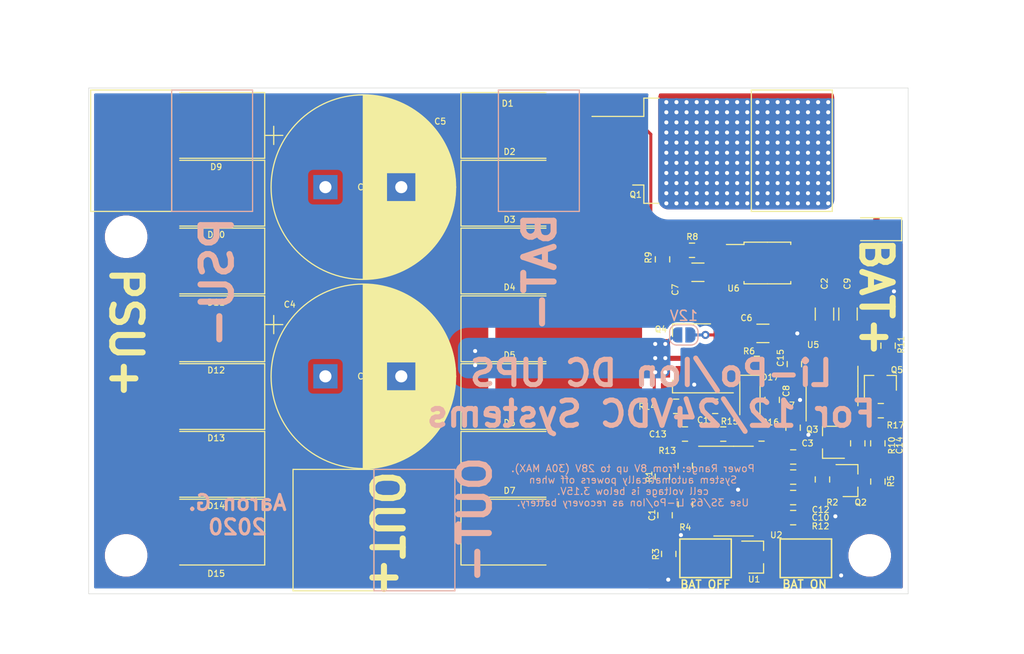
<source format=kicad_pcb>
(kicad_pcb (version 20171130) (host pcbnew 5.1.7-a382d34a8~87~ubuntu20.04.1)
  (layers (0 F.Cu signal) (31 B.Cu signal) (34 B.Paste user) (35 F.Paste user) (36 B.SilkS user) (37 F.SilkS user) (38 B.Mask user) (39 F.Mask user) (44 Edge.Cuts user))
  (net 0 "")
  (net 1 GND)
  (net 2 +24V)
  (net 3 +BATT)
  (net 4 VCC)
  (net 5 /MOSFET_S)
  (net 6 "Net-(C7-Pad1)")
  (net 7 /MOSFET_G)
  (net 8 "Net-(C1-Pad1)")
  (net 9 "Net-(Q2-Pad3)")
  (net 10 "Net-(Q2-Pad2)")
  (net 11 "Net-(Q2-Pad1)")
  (net 12 "Net-(U5-Pad8)")
  (net 13 "Net-(U5-Pad1)")
  (net 14 "Net-(R16-Pad1)")
  (net 15 "Net-(R13-Pad2)")
  (net 16 "Net-(R15-Pad1)")
  (net 17 /CP1)
  (net 18 "Net-(C2-Pad1)")
  (net 19 "Net-(C3-Pad2)")
  (net 20 /CP2)
  (net 21 "Net-(C9-Pad1)")
  (net 22 "Net-(C12-Pad1)")
  (net 23 "Net-(C13-Pad2)")
  (net 24 "Net-(C14-Pad1)")
  (net 25 +12V)
  (net 26 "Net-(C8-Pad1)")
  (net 27 /2V5_REF)
  (net 28 "Net-(D8-Pad2)")
  (net 29 /GATE_VCC)
  (module Resistor_SMD:R_0805_2012Metric_Pad1.15x1.40mm_HandSolder (layer F.Cu) (at 198.59868 95.19666 180)
    (fp_text reference R17 (at -1.45172 -1.43764) (layer F.SilkS) (effects (font (size 0.6 0.6) (thickness 0.1))))
    (fp_text value 470K)
    (pad 2 smd roundrect (at 1.025 0 180) (size 1.15 1.4) (layers F.Cu F.Paste F.Mask) (roundrect_rratio 0.217391) (net 11 "Net-(Q2-Pad1)"))
    (pad 1 smd roundrect (at -1.025 0 180) (size 1.15 1.4) (layers F.Cu F.Paste F.Mask) (roundrect_rratio 0.217391) (net 25 +12V))
  )
  (module Package_TO_SOT_SMD:SOT-23 (layer F.Cu) (at 198.55684 92.472 90)
    (fp_text reference Q5 (at 1.30124 1.6358 180) (layer F.SilkS) (effects (font (size 0.6 0.6) (thickness 0.1))))
    (fp_text value AO3401)
    (pad 3 smd rect (at 1 0 90) (size 0.9 0.8) (layers F.Cu F.Paste F.Mask) (net 29 /GATE_VCC))
    (pad 2 smd rect (at -1 0.95 90) (size 0.9 0.8) (layers F.Cu F.Paste F.Mask) (net 25 +12V))
    (pad 1 smd rect (at -1 -0.95 90) (size 0.9 0.8) (layers F.Cu F.Paste F.Mask) (net 11 "Net-(Q2-Pad1)"))
  )
  (module LED_SMD:LED_1206_3216Metric_Pad1.42x1.75mm_HandSolder (layer F.Cu) (at 198.1978 77.25664 180)
    (fp_text reference D8 hide)
    (fp_text value "BAT ACTIVE" hide)
    (pad 2 smd roundrect (at 1.4875 0 180) (size 1.425 1.75) (layers F.Cu F.Paste F.Mask) (roundrect_rratio 0.175439) (net 28 "Net-(D8-Pad2)"))
    (pad 1 smd roundrect (at -1.4875 0 180) (size 1.425 1.75) (layers F.Cu F.Paste F.Mask) (roundrect_rratio 0.175439) (net 1 GND))
  )
  (module Resistor_SMD:R_0805_2012Metric_Pad1.15x1.40mm_HandSolder (layer F.Cu) (at 189.93474 105.76814 180)
    (fp_text reference R12 (at -2.70648 -0.84836) (layer F.SilkS) (effects (font (size 0.6 0.6) (thickness 0.1))))
    (fp_text value 820K)
    (pad 2 smd roundrect (at 1.025 0 180) (size 1.15 1.4) (layers F.Cu F.Paste F.Mask) (roundrect_rratio 0.217391) (net 27 /2V5_REF))
    (pad 1 smd roundrect (at -1.025 0 180) (size 1.15 1.4) (layers F.Cu F.Paste F.Mask) (roundrect_rratio 0.217391) (net 1 GND))
  )
  (module Capacitor_SMD:C_0805_2012Metric_Pad1.15x1.40mm_HandSolder (layer F.Cu) (at 189.9375 101.76002)
    (fp_text reference C12 (at 2.71896 3.22326 180) (layer F.SilkS) (effects (font (size 0.6 0.6) (thickness 0.1))))
    (fp_text value 1u)
    (pad 2 smd roundrect (at 1.025 0) (size 1.15 1.4) (layers F.Cu F.Paste F.Mask) (roundrect_rratio 0.217391) (net 1 GND))
    (pad 1 smd roundrect (at -1.025 0) (size 1.15 1.4) (layers F.Cu F.Paste F.Mask) (roundrect_rratio 0.217391) (net 22 "Net-(C12-Pad1)"))
  )
  (module Package_TO_SOT_SMD:SOT-23 (layer F.Cu) (at 186.25134 109.66958)
    (fp_text reference U1 (at -0.17094 2.19456) (layer F.SilkS) (effects (font (size 0.6 0.6) (thickness 0.1))))
    (fp_text value TL431DBZ)
    (pad 3 smd rect (at 1 0) (size 0.9 0.8) (layers F.Cu F.Paste F.Mask) (net 1 GND))
    (pad 2 smd rect (at -1 0.95) (size 0.9 0.8) (layers F.Cu F.Paste F.Mask) (net 27 /2V5_REF))
    (pad 1 smd rect (at -1 -0.95) (size 0.9 0.8) (layers F.Cu F.Paste F.Mask) (net 27 /2V5_REF))
  )
  (module Jumper:SolderJumper-2_P1.3mm_Open_RoundedPad1.0x1.5mm (layer B.Cu) (at 179.13072 87.70874)
    (fp_text reference JP1 hide)
    (fp_text value 12V (at 0 -1.9) (layer B.SilkS) (effects (justify mirror)))
    (pad 2 smd custom (at 0.65 0) (size 1 0.5) (layers B.Cu B.Mask) (net 25 +12V) (options (clearance outline) (anchor rect)) (primitives (gr_circle (center 0 -0.25) (end 0.5 -0.25) (width 0)) (gr_circle (center 0 0.25) (end 0.5 0.25) (width 0)) (gr_poly (pts (xy 0 0.75) (xy -0.5 0.75) (xy -0.5 -0.75) (xy 0 -0.75)) (width 0))))
    (pad 1 smd custom (at -0.65 0) (size 1 0.5) (layers B.Cu B.Mask) (net 4 VCC) (options (clearance outline) (anchor rect)) (primitives (gr_circle (center 0 -0.25) (end 0.5 -0.25) (width 0)) (gr_circle (center 0 0.25) (end 0.5 0.25) (width 0)) (gr_poly (pts (xy 0 0.75) (xy 0.5 0.75) (xy 0.5 -0.75) (xy 0 -0.75)) (width 0))))
  )
  (module AGH_CONN:AGH_POWER_SMD_PAD (layer B.Cu) (at 144.5 107)
    (fp_text reference J6 hide)
    (fp_text value OUT)
    (pad 1 smd rect (at 8 0) (size 6 10) (layers B.Cu B.Paste B.Mask) (net 1 GND))
  )
  (module AGH_CONN:AGH_POWER_SMD_PAD (layer F.Cu) (at 136.5 107)
    (fp_text reference J5 hide)
    (fp_text value OUT)
    (pad 1 smd rect (at 8 0) (size 6 10) (layers F.Cu F.Paste F.Mask) (net 4 VCC))
  )
  (module AGH_CONN:AGH_POWER_SMD_PAD (layer F.Cu) (at 181.8 69.5)
    (fp_text reference J1 hide)
    (fp_text value Battery)
    (pad 1 smd rect (at 8 0) (size 6 10) (layers F.Cu F.Paste F.Mask) (net 3 +BATT))
  )
  (module AGH_CONN:AGH_POWER_SMD_PAD (layer B.Cu) (at 156.8 69.5)
    (fp_text reference J2 hide)
    (fp_text value Battery)
    (pad 1 smd rect (at 8 0) (size 6 10) (layers B.Cu B.Paste B.Mask) (net 1 GND))
  )
  (module AGH_CONN:AGH_POWER_SMD_PAD (layer B.Cu) (at 124.5 69.5)
    (fp_text reference J4 hide)
    (fp_text value PowerSupply)
    (pad 1 smd rect (at 8 0) (size 6 10) (layers B.Cu B.Paste B.Mask) (net 1 GND))
  )
  (module AGH_CONN:AGH_POWER_SMD_PAD (layer F.Cu) (at 116.5 69.5)
    (fp_text reference J3 hide)
    (fp_text value PowerSupply)
    (pad 1 smd rect (at 8 0) (size 6 10) (layers F.Cu F.Paste F.Mask) (net 2 +24V))
  )
  (module Resistor_SMD:R_0805_2012Metric_Pad1.15x1.40mm_HandSolder (layer F.Cu) (at 186.34594 90.5256 180)
    (fp_text reference R6 (at 0.76846 1.20904) (layer F.SilkS) (effects (font (size 0.6 0.6) (thickness 0.1))))
    (fp_text value 680)
    (pad 2 smd roundrect (at 1.025 0 180) (size 1.15 1.4) (layers F.Cu F.Paste F.Mask) (roundrect_rratio 0.217391) (net 4 VCC))
    (pad 1 smd roundrect (at -1.025 0 180) (size 1.15 1.4) (layers F.Cu F.Paste F.Mask) (roundrect_rratio 0.217391) (net 26 "Net-(C8-Pad1)"))
  )
  (module Package_TO_SOT_SMD:SOT-223 (layer F.Cu) (at 179.91796 90.02144 180)
    (fp_text reference Q4 (at 3.05776 2.86896 180) (layer F.SilkS) (effects (font (size 0.6 0.6) (thickness 0.1))))
    (fp_text value BCP56)
    (pad 1 smd rect (at -3.15 -2.3 180) (size 2 1.5) (layers F.Cu F.Paste F.Mask) (net 26 "Net-(C8-Pad1)"))
    (pad 3 smd rect (at -3.15 2.3 180) (size 2 1.5) (layers F.Cu F.Paste F.Mask) (net 25 +12V))
    (pad 2 smd rect (at -3.15 0 180) (size 2 1.5) (layers F.Cu F.Paste F.Mask) (net 4 VCC))
    (pad 4 smd rect (at 3.15 0 180) (size 2 3.8) (layers F.Cu F.Paste F.Mask) (net 4 VCC))
  )
  (module Diode_SMD:D_SOD-123 (layer F.Cu) (at 185.66384 93.94598 270)
    (fp_text reference D17 (at -2.0564 -2.00152 180) (layer F.SilkS) (effects (font (size 0.6 0.6) (thickness 0.1))))
    (fp_text value 12V)
    (pad 2 smd rect (at 1.65 0 270) (size 0.9 1.2) (layers F.Cu F.Paste F.Mask) (net 1 GND))
    (pad 1 smd rect (at -1.65 0 270) (size 0.9 1.2) (layers F.Cu F.Paste F.Mask) (net 26 "Net-(C8-Pad1)"))
  )
  (module Capacitor_SMD:C_0805_2012Metric_Pad1.15x1.40mm_HandSolder (layer F.Cu) (at 190.05804 90.5928 270)
    (fp_text reference C15 (at -0.61076 1.37414 90) (layer F.SilkS) (effects (font (size 0.6 0.6) (thickness 0.1))))
    (fp_text value 100n)
    (pad 2 smd roundrect (at 1.025 0 270) (size 1.15 1.4) (layers F.Cu F.Paste F.Mask) (roundrect_rratio 0.217391) (net 29 /GATE_VCC))
    (pad 1 smd roundrect (at -1.025 0 270) (size 1.15 1.4) (layers F.Cu F.Paste F.Mask) (roundrect_rratio 0.217391) (net 1 GND))
  )
  (module Capacitor_SMD:C_0805_2012Metric_Pad1.15x1.40mm_HandSolder (layer F.Cu) (at 182.23114 94.7674 180)
    (fp_text reference C11 (at 0.91832 -1.36144) (layer F.SilkS) (effects (font (size 0.6 0.6) (thickness 0.1))))
    (fp_text value 100n)
    (pad 2 smd roundrect (at 1.025 0 180) (size 1.15 1.4) (layers F.Cu F.Paste F.Mask) (roundrect_rratio 0.217391) (net 1 GND))
    (pad 1 smd roundrect (at -1.025 0 180) (size 1.15 1.4) (layers F.Cu F.Paste F.Mask) (roundrect_rratio 0.217391) (net 25 +12V))
  )
  (module Capacitor_SMD:C_0805_2012Metric_Pad1.15x1.40mm_HandSolder (layer F.Cu) (at 187.86348 94.1287 270)
    (fp_text reference C8 (at -0.88276 -1.38684 90) (layer F.SilkS) (effects (font (size 0.6 0.6) (thickness 0.1))))
    (fp_text value 100n)
    (pad 2 smd roundrect (at 1.025 0 270) (size 1.15 1.4) (layers F.Cu F.Paste F.Mask) (roundrect_rratio 0.217391) (net 1 GND))
    (pad 1 smd roundrect (at -1.025 0 270) (size 1.15 1.4) (layers F.Cu F.Paste F.Mask) (roundrect_rratio 0.217391) (net 26 "Net-(C8-Pad1)"))
  )
  (module Capacitor_SMD:C_1206_3216Metric_Pad1.42x1.75mm_HandSolder (layer F.Cu) (at 186.94494 87.55634)
    (fp_text reference C6 (at -1.62654 -1.52654) (layer F.SilkS) (effects (font (size 0.6 0.6) (thickness 0.1))))
    (fp_text value 10u)
    (pad 2 smd roundrect (at 1.4875 0) (size 1.425 1.75) (layers F.Cu F.Paste F.Mask) (roundrect_rratio 0.175439) (net 1 GND))
    (pad 1 smd roundrect (at -1.4875 0) (size 1.425 1.75) (layers F.Cu F.Paste F.Mask) (roundrect_rratio 0.175439) (net 25 +12V))
  )
  (module Resistor_SMD:R_0805_2012Metric_Pad1.15x1.40mm_HandSolder (layer F.Cu) (at 198.3105 102.20336 270)
    (fp_text reference R5 (at -0.0344 -1.28778 90) (layer F.SilkS) (effects (font (size 0.6 0.6) (thickness 0.1))))
    (fp_text value 22K)
    (pad 2 smd roundrect (at 1.025 0 270) (size 1.15 1.4) (layers F.Cu F.Paste F.Mask) (roundrect_rratio 0.217391) (net 9 "Net-(Q2-Pad3)"))
    (pad 1 smd roundrect (at -1.025 0 270) (size 1.15 1.4) (layers F.Cu F.Paste F.Mask) (roundrect_rratio 0.217391) (net 24 "Net-(C14-Pad1)"))
  )
  (module Capacitor_SMD:C_0805_2012Metric_Pad1.15x1.40mm_HandSolder (layer F.Cu) (at 198.30542 98.42362 90)
    (fp_text reference C14 (at -0.19442 2.1336 90) (layer F.SilkS) (effects (font (size 0.6 0.6) (thickness 0.1))))
    (fp_text value 1u)
    (pad 2 smd roundrect (at 1.025 0 90) (size 1.15 1.4) (layers F.Cu F.Paste F.Mask) (roundrect_rratio 0.217391) (net 1 GND))
    (pad 1 smd roundrect (at -1.025 0 90) (size 1.15 1.4) (layers F.Cu F.Paste F.Mask) (roundrect_rratio 0.217391) (net 24 "Net-(C14-Pad1)"))
  )
  (module Capacitor_SMD:C_0805_2012Metric_Pad1.15x1.40mm_HandSolder (layer F.Cu) (at 179.24388 97.50552)
    (fp_text reference C13 (at -2.68848 0.01016) (layer F.SilkS) (effects (font (size 0.6 0.6) (thickness 0.1))))
    (fp_text value 1u)
    (pad 2 smd roundrect (at 1.025 0) (size 1.15 1.4) (layers F.Cu F.Paste F.Mask) (roundrect_rratio 0.217391) (net 23 "Net-(C13-Pad2)"))
    (pad 1 smd roundrect (at -1.025 0) (size 1.15 1.4) (layers F.Cu F.Paste F.Mask) (roundrect_rratio 0.217391) (net 1 GND))
  )
  (module Capacitor_SMD:C_1206_3216Metric_Pad1.42x1.75mm_HandSolder (layer F.Cu) (at 180.52128 81.51368)
    (fp_text reference C7 (at -2.24122 1.72466 -90) (layer F.SilkS) (effects (font (size 0.6 0.6) (thickness 0.1))))
    (fp_text value 10u)
    (pad 2 smd roundrect (at 1.4875 0) (size 1.425 1.75) (layers F.Cu F.Paste F.Mask) (roundrect_rratio 0.175439) (net 5 /MOSFET_S))
    (pad 1 smd roundrect (at -1.4875 0) (size 1.425 1.75) (layers F.Cu F.Paste F.Mask) (roundrect_rratio 0.175439) (net 6 "Net-(C7-Pad1)"))
  )
  (module Package_SO:SO-4_4.4x3.9mm_P2.54mm (layer F.Cu) (at 187.3885 80.59928)
    (fp_text reference U6 (at -3.3488 2.50252 180) (layer F.SilkS) (effects (font (size 0.6 0.6) (thickness 0.1))))
    (fp_text value MB1S)
    (pad 1 smd roundrect (at -3.15 -1.27) (size 1.8 0.6) (layers F.Cu F.Paste F.Mask) (net 6 "Net-(C7-Pad1)"))
    (pad 2 smd roundrect (at -3.15 1.27) (size 1.8 0.6) (layers F.Cu F.Paste F.Mask) (net 5 /MOSFET_S))
    (pad 3 smd roundrect (at 3.15 1.27) (size 1.8 0.6) (layers F.Cu F.Paste F.Mask) (net 21 "Net-(C9-Pad1)"))
    (pad 4 smd roundrect (at 3.15 -1.27) (size 1.8 0.6) (layers F.Cu F.Paste F.Mask) (net 18 "Net-(C2-Pad1)"))
  )
  (module Package_SO:SOIC-8_3.9x4.9mm_P1.27mm (layer F.Cu) (at 193.7766 92.7593 90)
    (fp_text reference U5 (at 4.07774 -1.8669) (layer F.SilkS) (effects (font (size 0.6 0.6) (thickness 0.1))))
    (fp_text value MIC4428)
    (pad 8 smd roundrect (at 2.475 -1.905 90) (size 1.95 0.6) (layers F.Cu F.Paste F.Mask) (net 12 "Net-(U5-Pad8)"))
    (pad 7 smd roundrect (at 2.475 -0.635 90) (size 1.95 0.6) (layers F.Cu F.Paste F.Mask) (net 17 /CP1))
    (pad 6 smd roundrect (at 2.475 0.635 90) (size 1.95 0.6) (layers F.Cu F.Paste F.Mask) (net 29 /GATE_VCC))
    (pad 5 smd roundrect (at 2.475 1.905 90) (size 1.95 0.6) (layers F.Cu F.Paste F.Mask) (net 20 /CP2))
    (pad 4 smd roundrect (at -2.475 1.905 90) (size 1.95 0.6) (layers F.Cu F.Paste F.Mask) (net 14 "Net-(R16-Pad1)"))
    (pad 3 smd roundrect (at -2.475 0.635 90) (size 1.95 0.6) (layers F.Cu F.Paste F.Mask) (net 1 GND))
    (pad 2 smd roundrect (at -2.475 -0.635 90) (size 1.95 0.6) (layers F.Cu F.Paste F.Mask) (net 14 "Net-(R16-Pad1)"))
    (pad 1 smd roundrect (at -2.475 -1.905 90) (size 1.95 0.6) (layers F.Cu F.Paste F.Mask) (net 13 "Net-(U5-Pad1)"))
  )
  (module Package_SO:SOIC-14_3.9x8.7mm_P1.27mm (layer F.Cu) (at 184.04436 103.14686)
    (fp_text reference U2 (at 4.22044 4.34086) (layer F.SilkS) (effects (font (size 0.6 0.6) (thickness 0.1))))
    (fp_text value LM324)
    (pad 14 smd roundrect (at 2.475 -3.81) (size 1.95 0.6) (layers F.Cu F.Paste F.Mask) (net 14 "Net-(R16-Pad1)"))
    (pad 13 smd roundrect (at 2.475 -2.54) (size 1.95 0.6) (layers F.Cu F.Paste F.Mask) (net 19 "Net-(C3-Pad2)"))
    (pad 12 smd roundrect (at 2.475 -1.27) (size 1.95 0.6) (layers F.Cu F.Paste F.Mask) (net 16 "Net-(R15-Pad1)"))
    (pad 11 smd roundrect (at 2.475 0) (size 1.95 0.6) (layers F.Cu F.Paste F.Mask) (net 1 GND))
    (pad 10 smd roundrect (at 2.475 1.27) (size 1.95 0.6) (layers F.Cu F.Paste F.Mask) (net 22 "Net-(C12-Pad1)"))
    (pad 9 smd roundrect (at 2.475 2.54) (size 1.95 0.6) (layers F.Cu F.Paste F.Mask) (net 27 /2V5_REF))
    (pad 8 smd roundrect (at 2.475 3.81) (size 1.95 0.6) (layers F.Cu F.Paste F.Mask) (net 10 "Net-(Q2-Pad2)"))
    (pad 7 smd roundrect (at -2.475 3.81) (size 1.95 0.6) (layers F.Cu F.Paste F.Mask) (net 22 "Net-(C12-Pad1)"))
    (pad 6 smd roundrect (at -2.475 2.54) (size 1.95 0.6) (layers F.Cu F.Paste F.Mask) (net 22 "Net-(C12-Pad1)"))
    (pad 5 smd roundrect (at -2.475 1.27) (size 1.95 0.6) (layers F.Cu F.Paste F.Mask) (net 8 "Net-(C1-Pad1)"))
    (pad 4 smd roundrect (at -2.475 0) (size 1.95 0.6) (layers F.Cu F.Paste F.Mask) (net 25 +12V))
    (pad 3 smd roundrect (at -2.475 -1.27) (size 1.95 0.6) (layers F.Cu F.Paste F.Mask) (net 15 "Net-(R13-Pad2)"))
    (pad 2 smd roundrect (at -2.475 -2.54) (size 1.95 0.6) (layers F.Cu F.Paste F.Mask) (net 23 "Net-(C13-Pad2)"))
    (pad 1 smd roundrect (at -2.475 -3.81) (size 1.95 0.6) (layers F.Cu F.Paste F.Mask) (net 23 "Net-(C13-Pad2)"))
  )
  (module AGH_CONN:AGH_CONN_1X02_2.54mm_SMD (layer F.Cu) (at 180.00726 109.78642)
    (fp_text reference SW2 hide)
    (fp_text value "BAT OFF" (at 1.23698 2.58826) (layer F.SilkS) (effects (font (size 0.8 0.8))))
    (pad 2 smd oval (at 2.54 0) (size 1.7 2.7) (layers F.Cu F.Paste F.Mask) (net 1 GND))
    (pad 1 smd oval (at 0 0) (size 1.7 2.7) (layers F.Cu F.Paste F.Mask) (net 8 "Net-(C1-Pad1)"))
  )
  (module AGH_CONN:AGH_CONN_1X02_2.54mm_SMD (layer F.Cu) (at 189.92088 109.78642)
    (fp_text reference SW1 hide)
    (fp_text value "BAT ON" (at 1.14808 2.56794) (layer F.SilkS) (effects (font (size 0.8 0.8))))
    (pad 2 smd oval (at 2.54 0) (size 1.7 2.7) (layers F.Cu F.Paste F.Mask) (net 11 "Net-(Q2-Pad1)"))
    (pad 1 smd oval (at 0 0) (size 1.7 2.7) (layers F.Cu F.Paste F.Mask) (net 1 GND))
  )
  (module Resistor_SMD:R_0805_2012Metric_Pad1.15x1.40mm_HandSolder (layer F.Cu) (at 186.81076 97.4979 180)
    (fp_text reference R16 (at -0.85968 1.16078 180) (layer F.SilkS) (effects (font (size 0.6 0.6) (thickness 0.1))))
    (fp_text value 2K2)
    (pad 2 smd roundrect (at 1.025 0 180) (size 1.15 1.4) (layers F.Cu F.Paste F.Mask) (roundrect_rratio 0.217391) (net 16 "Net-(R15-Pad1)"))
    (pad 1 smd roundrect (at -1.025 0 180) (size 1.15 1.4) (layers F.Cu F.Paste F.Mask) (roundrect_rratio 0.217391) (net 14 "Net-(R16-Pad1)"))
  )
  (module Resistor_SMD:R_0805_2012Metric_Pad1.15x1.40mm_HandSolder (layer F.Cu) (at 183.02616 97.50806 180)
    (fp_text reference R15 (at -0.62854 1.2573) (layer F.SilkS) (effects (font (size 0.6 0.6) (thickness 0.1))))
    (fp_text value 1K)
    (pad 2 smd roundrect (at 1.025 0 180) (size 1.15 1.4) (layers F.Cu F.Paste F.Mask) (roundrect_rratio 0.217391) (net 23 "Net-(C13-Pad2)"))
    (pad 1 smd roundrect (at -1.025 0 180) (size 1.15 1.4) (layers F.Cu F.Paste F.Mask) (roundrect_rratio 0.217391) (net 16 "Net-(R15-Pad1)"))
  )
  (module Resistor_SMD:R_0805_2012Metric_Pad1.15x1.40mm_HandSolder (layer F.Cu) (at 178.36758 94.76486)
    (fp_text reference R14 (at -2.85104 0.03048) (layer F.SilkS) (effects (font (size 0.6 0.6) (thickness 0.1))))
    (fp_text value 100K)
    (pad 2 smd roundrect (at 1.025 0) (size 1.15 1.4) (layers F.Cu F.Paste F.Mask) (roundrect_rratio 0.217391) (net 1 GND))
    (pad 1 smd roundrect (at -1.025 0) (size 1.15 1.4) (layers F.Cu F.Paste F.Mask) (roundrect_rratio 0.217391) (net 15 "Net-(R13-Pad2)"))
  )
  (module Resistor_SMD:R_0805_2012Metric_Pad1.15x1.40mm_HandSolder (layer F.Cu) (at 179.27066 100.64612 270)
    (fp_text reference R13 (at -1.49722 1.78308 180) (layer F.SilkS) (effects (font (size 0.6 0.6) (thickness 0.1))))
    (fp_text value 100K)
    (pad 2 smd roundrect (at 1.025 0 270) (size 1.15 1.4) (layers F.Cu F.Paste F.Mask) (roundrect_rratio 0.217391) (net 15 "Net-(R13-Pad2)"))
    (pad 1 smd roundrect (at -1.025 0 270) (size 1.15 1.4) (layers F.Cu F.Paste F.Mask) (roundrect_rratio 0.217391) (net 25 +12V))
  )
  (module Resistor_SMD:R_0805_2012Metric_Pad1.15x1.40mm_HandSolder (layer F.Cu) (at 199.31888 88.77046 90)
    (fp_text reference R11 (at 0.0926 1.28778 90) (layer F.SilkS) (effects (font (size 0.6 0.6) (thickness 0.1))))
    (fp_text value 1K)
    (pad 2 smd roundrect (at 1.025 0 90) (size 1.15 1.4) (layers F.Cu F.Paste F.Mask) (roundrect_rratio 0.217391) (net 28 "Net-(D8-Pad2)"))
    (pad 1 smd roundrect (at -1.025 0 90) (size 1.15 1.4) (layers F.Cu F.Paste F.Mask) (roundrect_rratio 0.217391) (net 29 /GATE_VCC))
  )
  (module Resistor_SMD:R_0805_2012Metric_Pad1.15x1.40mm_HandSolder (layer F.Cu) (at 196.32168 98.42384 270)
    (fp_text reference R10 (at 0.20436 -3.36296 270) (layer F.SilkS) (effects (font (size 0.6 0.6) (thickness 0.1))))
    (fp_text value 470K)
    (pad 2 smd roundrect (at 1.025 0 270) (size 1.15 1.4) (layers F.Cu F.Paste F.Mask) (roundrect_rratio 0.217391) (net 24 "Net-(C14-Pad1)"))
    (pad 1 smd roundrect (at -1.025 0 270) (size 1.15 1.4) (layers F.Cu F.Paste F.Mask) (roundrect_rratio 0.217391) (net 1 GND))
  )
  (module Resistor_SMD:R_0805_2012Metric_Pad1.15x1.40mm_HandSolder (layer F.Cu) (at 177.02276 80.23744 270)
    (fp_text reference R9 (at -0.18172 1.39954 270) (layer F.SilkS) (effects (font (size 0.6 0.6) (thickness 0.1))))
    (fp_text value 330K)
    (pad 2 smd roundrect (at 1.025 0 270) (size 1.15 1.4) (layers F.Cu F.Paste F.Mask) (roundrect_rratio 0.217391) (net 5 /MOSFET_S))
    (pad 1 smd roundrect (at -1.025 0 270) (size 1.15 1.4) (layers F.Cu F.Paste F.Mask) (roundrect_rratio 0.217391) (net 7 /MOSFET_G))
  )
  (module Resistor_SMD:R_0805_2012Metric_Pad1.15x1.40mm_HandSolder (layer F.Cu) (at 179.9373 79.34198)
    (fp_text reference R8 (at 0.02932 -1.33604) (layer F.SilkS) (effects (font (size 0.6 0.6) (thickness 0.1))))
    (fp_text value 100)
    (pad 2 smd roundrect (at 1.025 0) (size 1.15 1.4) (layers F.Cu F.Paste F.Mask) (roundrect_rratio 0.217391) (net 6 "Net-(C7-Pad1)"))
    (pad 1 smd roundrect (at -1.025 0) (size 1.15 1.4) (layers F.Cu F.Paste F.Mask) (roundrect_rratio 0.217391) (net 7 /MOSFET_G))
  )
  (module Resistor_SMD:R_0805_2012Metric_Pad1.15x1.40mm_HandSolder (layer F.Cu) (at 189.9285 96.88068 90)
    (fp_text reference R7 (at 2.21488 -0.41656 180) (layer F.SilkS) (effects (font (size 0.6 0.6) (thickness 0.1))))
    (fp_text value 2K2)
    (pad 2 smd roundrect (at 1.025 0 90) (size 1.15 1.4) (layers F.Cu F.Paste F.Mask) (roundrect_rratio 0.217391) (net 14 "Net-(R16-Pad1)"))
    (pad 1 smd roundrect (at -1.025 0 90) (size 1.15 1.4) (layers F.Cu F.Paste F.Mask) (roundrect_rratio 0.217391) (net 19 "Net-(C3-Pad2)"))
  )
  (module Resistor_SMD:R_0805_2012Metric_Pad1.15x1.40mm_HandSolder (layer F.Cu) (at 179.28844 104.45888 90)
    (fp_text reference R4 (at -2.25668 -0.01778 180) (layer F.SilkS) (effects (font (size 0.6 0.6) (thickness 0.1))))
    (fp_text value 3K3)
    (pad 2 smd roundrect (at 1.025 0 90) (size 1.15 1.4) (layers F.Cu F.Paste F.Mask) (roundrect_rratio 0.217391) (net 25 +12V))
    (pad 1 smd roundrect (at -1.025 0 90) (size 1.15 1.4) (layers F.Cu F.Paste F.Mask) (roundrect_rratio 0.217391) (net 27 /2V5_REF))
  )
  (module Resistor_SMD:R_0805_2012Metric_Pad1.15x1.40mm_HandSolder (layer F.Cu) (at 177.63744 109.35578 90)
    (fp_text reference R3 (at -0.02424 -1.27762 270) (layer F.SilkS) (effects (font (size 0.6 0.6) (thickness 0.1))))
    (fp_text value 18K)
    (pad 2 smd roundrect (at 1.025 0 90) (size 1.15 1.4) (layers F.Cu F.Paste F.Mask) (roundrect_rratio 0.217391) (net 1 GND))
    (pad 1 smd roundrect (at -1.025 0 90) (size 1.15 1.4) (layers F.Cu F.Paste F.Mask) (roundrect_rratio 0.217391) (net 8 "Net-(C1-Pad1)"))
  )
  (module Resistor_SMD:R_0805_2012Metric_Pad1.15x1.40mm_HandSolder (layer F.Cu) (at 192.83172 101.9974 90)
    (fp_text reference R2 (at -2.26452 0.9779 180) (layer F.SilkS) (effects (font (size 0.6 0.6) (thickness 0.1))))
    (fp_text value 470K)
    (pad 2 smd roundrect (at 1.025 0 90) (size 1.15 1.4) (layers F.Cu F.Paste F.Mask) (roundrect_rratio 0.217391) (net 11 "Net-(Q2-Pad1)"))
    (pad 1 smd roundrect (at -1.025 0 90) (size 1.15 1.4) (layers F.Cu F.Paste F.Mask) (roundrect_rratio 0.217391) (net 10 "Net-(Q2-Pad2)"))
  )
  (module Resistor_SMD:R_0805_2012Metric_Pad1.15x1.40mm_HandSolder (layer F.Cu) (at 177.00752 101.72308 270)
    (fp_text reference R1 (at -0.0037 1.31318 270) (layer F.SilkS) (effects (font (size 0.6 0.6) (thickness 0.1))))
    (fp_text value 120K/51K)
    (pad 2 smd roundrect (at 1.025 0 270) (size 1.15 1.4) (layers F.Cu F.Paste F.Mask) (roundrect_rratio 0.217391) (net 8 "Net-(C1-Pad1)"))
    (pad 1 smd roundrect (at -1.025 0 270) (size 1.15 1.4) (layers F.Cu F.Paste F.Mask) (roundrect_rratio 0.217391) (net 4 VCC))
  )
  (module Package_TO_SOT_SMD:SOT-23 (layer F.Cu) (at 193.59804 98.32086 180)
    (fp_text reference Q3 (at 1.7747 1.26746) (layer F.SilkS) (effects (font (size 0.6 0.6) (thickness 0.1))))
    (fp_text value AO3400)
    (pad 3 smd rect (at 1 0 180) (size 0.9 0.8) (layers F.Cu F.Paste F.Mask) (net 11 "Net-(Q2-Pad1)"))
    (pad 2 smd rect (at -1 0.95 180) (size 0.9 0.8) (layers F.Cu F.Paste F.Mask) (net 1 GND))
    (pad 1 smd rect (at -1 -0.95 180) (size 0.9 0.8) (layers F.Cu F.Paste F.Mask) (net 24 "Net-(C14-Pad1)"))
  )
  (module Package_TO_SOT_SMD:SOT-23 (layer F.Cu) (at 195.57568 102.10546)
    (fp_text reference Q2 (at 1.03556 2.15646 180) (layer F.SilkS) (effects (font (size 0.6 0.6) (thickness 0.1))))
    (fp_text value AO3401)
    (pad 3 smd rect (at 1 0) (size 0.9 0.8) (layers F.Cu F.Paste F.Mask) (net 9 "Net-(Q2-Pad3)"))
    (pad 2 smd rect (at -1 0.95) (size 0.9 0.8) (layers F.Cu F.Paste F.Mask) (net 10 "Net-(Q2-Pad2)"))
    (pad 1 smd rect (at -1 -0.95) (size 0.9 0.8) (layers F.Cu F.Paste F.Mask) (net 11 "Net-(Q2-Pad1)"))
  )
  (module Capacitor_SMD:C_0805_2012Metric_Pad1.15x1.40mm_HandSolder (layer F.Cu) (at 189.93242 103.7844)
    (fp_text reference C10 (at 2.7088 1.97104) (layer F.SilkS) (effects (font (size 0.6 0.6) (thickness 0.1))))
    (fp_text value 1u)
    (pad 2 smd roundrect (at 1.025 0) (size 1.15 1.4) (layers F.Cu F.Paste F.Mask) (roundrect_rratio 0.217391) (net 1 GND))
    (pad 1 smd roundrect (at -1.025 0) (size 1.15 1.4) (layers F.Cu F.Paste F.Mask) (roundrect_rratio 0.217391) (net 27 /2V5_REF))
  )
  (module Capacitor_SMD:C_1206_3216Metric_Pad1.42x1.75mm_HandSolder (layer F.Cu) (at 195.35648 85.64466 270)
    (fp_text reference C9 (at -3.00388 0.07112 270) (layer F.SilkS) (effects (font (size 0.6 0.6) (thickness 0.1))))
    (fp_text value 10u)
    (pad 2 smd roundrect (at 1.4875 0 270) (size 1.425 1.75) (layers F.Cu F.Paste F.Mask) (roundrect_rratio 0.175439) (net 20 /CP2))
    (pad 1 smd roundrect (at -1.4875 0 270) (size 1.425 1.75) (layers F.Cu F.Paste F.Mask) (roundrect_rratio 0.175439) (net 21 "Net-(C9-Pad1)"))
  )
  (module Capacitor_SMD:C_0805_2012Metric_Pad1.15x1.40mm_HandSolder (layer F.Cu) (at 189.94004 99.77374 180)
    (fp_text reference C3 (at -1.41594 1.35636) (layer F.SilkS) (effects (font (size 0.6 0.6) (thickness 0.1))))
    (fp_text value 100n)
    (pad 2 smd roundrect (at 1.025 0 180) (size 1.15 1.4) (layers F.Cu F.Paste F.Mask) (roundrect_rratio 0.217391) (net 19 "Net-(C3-Pad2)"))
    (pad 1 smd roundrect (at -1.025 0 180) (size 1.15 1.4) (layers F.Cu F.Paste F.Mask) (roundrect_rratio 0.217391) (net 1 GND))
  )
  (module Capacitor_SMD:C_1206_3216Metric_Pad1.42x1.75mm_HandSolder (layer F.Cu) (at 193.03238 85.6472 270)
    (fp_text reference C2 (at -3.01084 0 90) (layer F.SilkS) (effects (font (size 0.6 0.6) (thickness 0.1))))
    (fp_text value 10u)
    (pad 2 smd roundrect (at 1.4875 0 270) (size 1.425 1.75) (layers F.Cu F.Paste F.Mask) (roundrect_rratio 0.175439) (net 17 /CP1))
    (pad 1 smd roundrect (at -1.4875 0 270) (size 1.425 1.75) (layers F.Cu F.Paste F.Mask) (roundrect_rratio 0.175439) (net 18 "Net-(C2-Pad1)"))
  )
  (module Capacitor_SMD:C_0805_2012Metric_Pad1.15x1.40mm_HandSolder (layer F.Cu) (at 177.27422 105.53054 270)
    (fp_text reference C1 (at -0.01132 1.29032 270) (layer F.SilkS) (effects (font (size 0.6 0.6) (thickness 0.1))))
    (fp_text value 1u)
    (pad 2 smd roundrect (at 1.025 0 270) (size 1.15 1.4) (layers F.Cu F.Paste F.Mask) (roundrect_rratio 0.217391) (net 1 GND))
    (pad 1 smd roundrect (at -1.025 0 270) (size 1.15 1.4) (layers F.Cu F.Paste F.Mask) (roundrect_rratio 0.217391) (net 8 "Net-(C1-Pad1)"))
  )
  (module Package_TO_SOT_SMD:TO-263-2 (layer F.Cu) (at 178.125 69.5)
    (fp_text reference Q1 (at -3.754 4.34542) (layer F.SilkS) (effects (font (size 0.6 0.6) (thickness 0.1))))
    (fp_text value HY4008)
    (pad 1 smd rect (at -5.775 -2.54) (size 4.6 1.1) (layers F.Cu F.Paste F.Mask) (net 7 /MOSFET_G))
    (pad 3 smd rect (at -5.775 2.54) (size 4.6 1.1) (layers F.Cu F.Paste F.Mask) (net 5 /MOSFET_S))
    (pad 2 smd rect (at 3.375 0) (size 9.4 10.8) (layers F.Cu F.Mask) (net 3 +BATT))
  )
  (module Diode_SMD:D_SMC (layer F.Cu) (at 132.9 107.2 180)
    (fp_text reference D15 (at 0 -4.1) (layer F.SilkS) (effects (font (size 0.6 0.6) (thickness 0.1))))
    (fp_text value SS54)
    (pad 2 smd rect (at 3.4 0 270) (size 3.3 2.5) (layers F.Cu F.Paste F.Mask) (net 2 +24V))
    (pad 1 smd rect (at -3.4 0 270) (size 3.3 2.5) (layers F.Cu F.Paste F.Mask) (net 4 VCC))
  )
  (module Diode_SMD:D_SMC (layer F.Cu) (at 132.9 100.5 180)
    (fp_text reference D14 (at 0 -4.1) (layer F.SilkS) (effects (font (size 0.6 0.6) (thickness 0.1))))
    (fp_text value SS54)
    (pad 2 smd rect (at 3.4 0 270) (size 3.3 2.5) (layers F.Cu F.Paste F.Mask) (net 2 +24V))
    (pad 1 smd rect (at -3.4 0 270) (size 3.3 2.5) (layers F.Cu F.Paste F.Mask) (net 4 VCC))
  )
  (module Diode_SMD:D_SMC (layer F.Cu) (at 132.9 93.8 180)
    (fp_text reference D13 (at 0 -4.1) (layer F.SilkS) (effects (font (size 0.6 0.6) (thickness 0.1))))
    (fp_text value SS54)
    (pad 2 smd rect (at 3.4 0 270) (size 3.3 2.5) (layers F.Cu F.Paste F.Mask) (net 2 +24V))
    (pad 1 smd rect (at -3.4 0 270) (size 3.3 2.5) (layers F.Cu F.Paste F.Mask) (net 4 VCC))
  )
  (module Diode_SMD:D_SMC (layer F.Cu) (at 132.9 87.1 180)
    (fp_text reference D12 (at 0 -4.1) (layer F.SilkS) (effects (font (size 0.6 0.6) (thickness 0.1))))
    (fp_text value SS54)
    (pad 2 smd rect (at 3.4 0 270) (size 3.3 2.5) (layers F.Cu F.Paste F.Mask) (net 2 +24V))
    (pad 1 smd rect (at -3.4 0 270) (size 3.3 2.5) (layers F.Cu F.Paste F.Mask) (net 4 VCC))
  )
  (module Diode_SMD:D_SMC (layer F.Cu) (at 132.9 80.4 180)
    (fp_text reference D11 (at 0 -4.1) (layer F.SilkS) (effects (font (size 0.6 0.6) (thickness 0.1))))
    (fp_text value SS54)
    (pad 2 smd rect (at 3.4 0 270) (size 3.3 2.5) (layers F.Cu F.Paste F.Mask) (net 2 +24V))
    (pad 1 smd rect (at -3.4 0 270) (size 3.3 2.5) (layers F.Cu F.Paste F.Mask) (net 4 VCC))
  )
  (module Diode_SMD:D_SMC (layer F.Cu) (at 132.9 73.7 180)
    (fp_text reference D10 (at 0 -4.1) (layer F.SilkS) (effects (font (size 0.6 0.6) (thickness 0.1))))
    (fp_text value SS54)
    (pad 2 smd rect (at 3.4 0 270) (size 3.3 2.5) (layers F.Cu F.Paste F.Mask) (net 2 +24V))
    (pad 1 smd rect (at -3.4 0 270) (size 3.3 2.5) (layers F.Cu F.Paste F.Mask) (net 4 VCC))
  )
  (module Diode_SMD:D_SMC (layer F.Cu) (at 132.9 67 180)
    (fp_text reference D9 (at 0 -4.1) (layer F.SilkS) (effects (font (size 0.6 0.6) (thickness 0.1))))
    (fp_text value SS54)
    (pad 2 smd rect (at 3.4 0 270) (size 3.3 2.5) (layers F.Cu F.Paste F.Mask) (net 2 +24V))
    (pad 1 smd rect (at -3.4 0 270) (size 3.3 2.5) (layers F.Cu F.Paste F.Mask) (net 4 VCC))
  )
  (module Diode_SMD:D_SMC (layer F.Cu) (at 161.9 107.2)
    (fp_text reference D7 (at 0 -4.1) (layer F.SilkS) (effects (font (size 0.6 0.6) (thickness 0.1))))
    (fp_text value SS54)
    (pad 2 smd rect (at 3.4 0 90) (size 3.3 2.5) (layers F.Cu F.Paste F.Mask) (net 5 /MOSFET_S))
    (pad 1 smd rect (at -3.4 0 90) (size 3.3 2.5) (layers F.Cu F.Paste F.Mask) (net 4 VCC))
  )
  (module Diode_SMD:D_SMC (layer F.Cu) (at 161.9 100.5)
    (fp_text reference D6 (at 0 -4.1) (layer F.SilkS) (effects (font (size 0.6 0.6) (thickness 0.1))))
    (fp_text value SS54)
    (pad 2 smd rect (at 3.4 0 90) (size 3.3 2.5) (layers F.Cu F.Paste F.Mask) (net 5 /MOSFET_S))
    (pad 1 smd rect (at -3.4 0 90) (size 3.3 2.5) (layers F.Cu F.Paste F.Mask) (net 4 VCC))
  )
  (module Diode_SMD:D_SMC (layer F.Cu) (at 161.9 93.8)
    (fp_text reference D5 (at 0 -4.1) (layer F.SilkS) (effects (font (size 0.6 0.6) (thickness 0.1))))
    (fp_text value SS54)
    (pad 2 smd rect (at 3.4 0 90) (size 3.3 2.5) (layers F.Cu F.Paste F.Mask) (net 5 /MOSFET_S))
    (pad 1 smd rect (at -3.4 0 90) (size 3.3 2.5) (layers F.Cu F.Paste F.Mask) (net 4 VCC))
  )
  (module Diode_SMD:D_SMC (layer F.Cu) (at 161.9 87.1)
    (fp_text reference D4 (at 0 -4.1) (layer F.SilkS) (effects (font (size 0.6 0.6) (thickness 0.1))))
    (fp_text value SS54)
    (pad 2 smd rect (at 3.4 0 90) (size 3.3 2.5) (layers F.Cu F.Paste F.Mask) (net 5 /MOSFET_S))
    (pad 1 smd rect (at -3.4 0 90) (size 3.3 2.5) (layers F.Cu F.Paste F.Mask) (net 4 VCC))
  )
  (module Diode_SMD:D_SMC (layer F.Cu) (at 161.9 80.4)
    (fp_text reference D3 (at 0 -4.1) (layer F.SilkS) (effects (font (size 0.6 0.6) (thickness 0.1))))
    (fp_text value SS54)
    (pad 2 smd rect (at 3.4 0 90) (size 3.3 2.5) (layers F.Cu F.Paste F.Mask) (net 5 /MOSFET_S))
    (pad 1 smd rect (at -3.4 0 90) (size 3.3 2.5) (layers F.Cu F.Paste F.Mask) (net 4 VCC))
  )
  (module Diode_SMD:D_SMC (layer F.Cu) (at 161.9 73.7)
    (fp_text reference D2 (at 0 -4.1) (layer F.SilkS) (effects (font (size 0.6 0.6) (thickness 0.1))))
    (fp_text value SS54)
    (pad 2 smd rect (at 3.4 0 90) (size 3.3 2.5) (layers F.Cu F.Paste F.Mask) (net 5 /MOSFET_S))
    (pad 1 smd rect (at -3.4 0 90) (size 3.3 2.5) (layers F.Cu F.Paste F.Mask) (net 4 VCC))
  )
  (module Diode_SMD:D_SMC (layer F.Cu) (at 161.9 67)
    (fp_text reference D1 (at -0.18582 -2.17158) (layer F.SilkS) (effects (font (size 0.6 0.6) (thickness 0.1))))
    (fp_text value SS54)
    (pad 2 smd rect (at 3.4 0 90) (size 3.3 2.5) (layers F.Cu F.Paste F.Mask) (net 5 /MOSFET_S))
    (pad 1 smd rect (at -3.4 0 90) (size 3.3 2.5) (layers F.Cu F.Paste F.Mask) (net 4 VCC))
  )
  (module MountingHole:MountingHole_3.2mm_M3 (layer F.Cu) (at 197.5 67)
    (fp_text reference REF** hide)
    (fp_text value M3)
    (pad 1 np_thru_hole circle (at 0 0) (size 3.2 3.2) (drill 3.2) (layers *.Cu *.Mask))
  )
  (module MountingHole:MountingHole_3.2mm_M3 (layer F.Cu) (at 197.5 109.5)
    (fp_text reference REF** hide)
    (fp_text value M3)
    (pad 1 np_thru_hole circle (at 0 0) (size 3.2 3.2) (drill 3.2) (layers *.Cu *.Mask))
  )
  (module MountingHole:MountingHole_3.2mm_M3 (layer F.Cu) (at 124 109.5)
    (fp_text reference REF** hide)
    (fp_text value M3)
    (pad 1 np_thru_hole circle (at 0 0) (size 3.2 3.2) (drill 3.2) (layers *.Cu *.Mask))
  )
  (module MountingHole:MountingHole_3.2mm_M3 (layer F.Cu) (at 124 78)
    (fp_text reference REF** hide)
    (fp_text value M3)
    (pad 1 np_thru_hole circle (at 0 0) (size 3.2 3.2) (drill 3.2) (layers *.Cu *.Mask))
  )
  (module Capacitor_THT:CP_Radial_D18.0mm_P7.50mm (layer F.Cu) (at 143.7 73.1)
    (fp_text reference C5 (at 11.3481 -6.49732) (layer F.SilkS) (effects (font (size 0.6 0.6) (thickness 0.1))))
    (fp_text value 4700u)
    (fp_text user %R (at 3.75 0) (layer F.SilkS) (effects (font (size 0.6 0.6) (thickness 0.1))))
    (pad 2 thru_hole circle (at 7.5 0) (size 2.4 2.4) (drill 1.2) (layers *.Cu *.Mask) (net 1 GND))
    (pad 1 thru_hole rect (at 0 0) (size 2.4 2.4) (drill 1.2) (layers *.Cu *.Mask) (net 4 VCC))
  )
  (module Capacitor_THT:CP_Radial_D18.0mm_P7.50mm (layer F.Cu) (at 143.7 91.8)
    (fp_text reference C4 (at -3.52614 -7.10438) (layer F.SilkS) (effects (font (size 0.6 0.6) (thickness 0.1))))
    (fp_text value 4700u)
    (fp_text user %R (at 3.75 0) (layer F.SilkS) (effects (font (size 0.6 0.6) (thickness 0.1))))
    (pad 2 thru_hole circle (at 7.5 0) (size 2.4 2.4) (drill 1.2) (layers *.Cu *.Mask) (net 1 GND))
    (pad 1 thru_hole rect (at 0 0) (size 2.4 2.4) (drill 1.2) (layers *.Cu *.Mask) (net 4 VCC))
  )
  (gr_text BAT+ (at 198.12762 83.9851 270) (layer F.SilkS) (effects (font (size 3 3) (thickness 0.6))))
  (gr_text BAT- (at 164.9 81.5 90) (layer B.SilkS) (effects (font (size 3 3) (thickness 0.6)) (justify mirror)))
  (gr_line (start 201.3 63.3) (end 120.3 63.3) (layer Edge.Cuts) (width 0.05))
  (gr_line (start 201.3 113.3) (end 201.3 63.3) (layer Edge.Cuts) (width 0.05))
  (gr_line (start 120.3 113.3) (end 201.3 113.3) (layer Edge.Cuts) (width 0.05))
  (gr_line (start 120.3 63.3) (end 120.3 113.3) (layer Edge.Cuts) (width 0.05))
  (gr_text "Power Range: from 8V up to 28V (30A MAX).\nSystem automatically powers off when\ncell voltage is below 3.15V.\nUse 3S/6S Li-Po/Ion as recovery battery." (at 174.1 102.6) (layer B.SilkS) (effects (font (size 0.7 0.7) (thickness 0.1)) (justify mirror)))
  (gr_text "Li-Po/Ion DC UPS\nFor 12/24VDC Systems" (at 175.9 93.5) (layer B.SilkS) (effects (font (size 2.5 2.5) (thickness 0.5)) (justify mirror)))
  (gr_text "Aaron G.\n2020" (at 135 105.5) (layer B.SilkS) (effects (font (size 1.5 1.5) (thickness 0.3)) (justify mirror)))
  (gr_text OUT- (at 158.5 106 90) (layer B.SilkS) (effects (font (size 3 3) (thickness 0.6)) (justify mirror)))
  (gr_text OUT+ (at 149.7 107.4 270) (layer F.SilkS) (effects (font (size 3 3) (thickness 0.6))))
  (gr_text PSU- (at 133 82.5 90) (layer B.SilkS) (effects (font (size 3 3) (thickness 0.6)) (justify mirror)))
  (gr_text PSU+ (at 123.98756 87.5 270) (layer F.SilkS) (effects (font (size 3 3) (thickness 0.6))))
  (via (at 184.48782 103.00462) (size 0.8) (drill 0.4) (layers F.Cu B.Cu) (net 1))
  (segment (start 186.51936 103.14686) (end 184.63006 103.14686) (width 0.3) (layer F.Cu) (net 1))
  (segment (start 184.63006 103.14686) (end 184.48782 103.00462) (width 0.3) (layer F.Cu) (net 1))
  (segment (start 196.2937 97.37086) (end 196.32168 97.39884) (width 0.3) (layer F.Cu) (net 1))
  (segment (start 194.59804 97.37086) (end 196.2937 97.37086) (width 0.3) (layer F.Cu) (net 1))
  (via (at 199.9 83.4) (size 0.8) (drill 0.4) (layers F.Cu B.Cu) (net 1))
  (via (at 194.1068 105.63606) (size 0.8) (drill 0.4) (layers F.Cu B.Cu) (net 1))
  (via (at 177.58664 111.8997) (size 0.8) (drill 0.4) (layers F.Cu B.Cu) (net 1))
  (segment (start 177.27422 107.96756) (end 177.63744 108.33078) (width 0.3) (layer F.Cu) (net 1))
  (segment (start 177.27422 106.55554) (end 177.27422 107.96756) (width 0.3) (layer F.Cu) (net 1))
  (via (at 178.8414 107.49026) (size 0.8) (drill 0.4) (layers F.Cu B.Cu) (net 1))
  (segment (start 177.63744 108.33078) (end 178.00088 108.33078) (width 0.3) (layer F.Cu) (net 1))
  (segment (start 178.00088 108.33078) (end 178.8414 107.49026) (width 0.3) (layer F.Cu) (net 1))
  (segment (start 178.21888 95.93856) (end 179.39258 94.76486) (width 0.25) (layer F.Cu) (net 1))
  (segment (start 178.21888 97.50552) (end 178.21888 95.93856) (width 0.25) (layer F.Cu) (net 1))
  (segment (start 196.3219 97.39862) (end 196.32168 97.39884) (width 0.3) (layer F.Cu) (net 1))
  (segment (start 198.30542 97.39862) (end 196.3219 97.39862) (width 0.3) (layer F.Cu) (net 1))
  (segment (start 194.4116 97.18442) (end 194.59804 97.37086) (width 0.3) (layer F.Cu) (net 1))
  (segment (start 194.4116 95.2343) (end 194.4116 97.18442) (width 0.3) (layer F.Cu) (net 1))
  (segment (start 187.4212 95.59598) (end 187.86348 95.1537) (width 0.3) (layer F.Cu) (net 1))
  (segment (start 185.66384 95.59598) (end 187.4212 95.59598) (width 0.3) (layer F.Cu) (net 1))
  (via (at 180.15712 92.6211) (size 0.8) (drill 0.4) (layers F.Cu B.Cu) (net 1))
  (segment (start 181.20614 94.7674) (end 181.20614 93.67012) (width 0.3) (layer F.Cu) (net 1))
  (segment (start 181.20614 93.67012) (end 180.15712 92.6211) (width 0.3) (layer F.Cu) (net 1))
  (via (at 194.6783 111.4806) (size 0.8) (drill 0.4) (layers F.Cu B.Cu) (net 1))
  (via (at 190.61684 94.13494) (size 0.8) (drill 0.4) (layers F.Cu B.Cu) (net 1))
  (segment (start 189.98946 94.76232) (end 190.61684 94.13494) (width 0.3) (layer F.Cu) (net 1))
  (segment (start 187.86348 95.1537) (end 188.25486 94.76232) (width 0.3) (layer F.Cu) (net 1))
  (segment (start 188.25486 94.76232) (end 189.98946 94.76232) (width 0.3) (layer F.Cu) (net 1))
  (via (at 191.44742 97.57664) (size 0.8) (drill 0.4) (layers F.Cu B.Cu) (net 1))
  (segment (start 191.6532 97.37086) (end 191.44742 97.57664) (width 0.3) (layer F.Cu) (net 1))
  (segment (start 194.59804 97.37086) (end 191.6532 97.37086) (width 0.3) (layer F.Cu) (net 1))
  (segment (start 190.96504 100.50884) (end 190.94726 100.52662) (width 0.3) (layer F.Cu) (net 1))
  (segment (start 190.94726 103.20042) (end 190.95974 103.2129) (width 0.3) (layer F.Cu) (net 1))
  (segment (start 190.96504 99.77374) (end 190.96504 100.50884) (width 0.3) (layer F.Cu) (net 1))
  (segment (start 190.94726 100.52662) (end 190.94726 103.20042) (width 0.3) (layer F.Cu) (net 1))
  (segment (start 191.24168 97.78238) (end 191.44742 97.57664) (width 0.3) (layer F.Cu) (net 1))
  (segment (start 190.96504 99.77374) (end 191.24168 99.4971) (width 0.3) (layer F.Cu) (net 1))
  (segment (start 191.24168 99.4971) (end 191.24168 97.78238) (width 0.3) (layer F.Cu) (net 1))
  (segment (start 188.43244 87.55634) (end 190.34366 87.55634) (width 0.3) (layer F.Cu) (net 1))
  (via (at 190.34366 87.55634) (size 0.8) (drill 0.4) (layers F.Cu B.Cu) (net 1))
  (via (at 177.4 64.7) (size 0.8) (drill 0.4) (layers F.Cu B.Cu) (net 3))
  (via (at 178.4 64.7) (size 0.8) (drill 0.4) (layers F.Cu B.Cu) (net 3))
  (via (at 179.4 64.7) (size 0.8) (drill 0.4) (layers F.Cu B.Cu) (net 3))
  (via (at 180.4 64.7) (size 0.8) (drill 0.4) (layers F.Cu B.Cu) (net 3))
  (via (at 181.4 64.7) (size 0.8) (drill 0.4) (layers F.Cu B.Cu) (net 3))
  (via (at 182.4 64.7) (size 0.8) (drill 0.4) (layers F.Cu B.Cu) (net 3))
  (via (at 184.4 64.7) (size 0.8) (drill 0.4) (layers F.Cu B.Cu) (net 3))
  (via (at 183.4 64.7) (size 0.8) (drill 0.4) (layers F.Cu B.Cu) (net 3))
  (via (at 192.4 64.7) (size 0.8) (drill 0.4) (layers F.Cu B.Cu) (net 3))
  (via (at 189.4 64.7) (size 0.8) (drill 0.4) (layers F.Cu B.Cu) (net 3))
  (via (at 187.4 64.7) (size 0.8) (drill 0.4) (layers F.Cu B.Cu) (net 3))
  (via (at 190.4 64.7) (size 0.8) (drill 0.4) (layers F.Cu B.Cu) (net 3))
  (via (at 191.4 64.7) (size 0.8) (drill 0.4) (layers F.Cu B.Cu) (net 3))
  (via (at 188.4 64.7) (size 0.8) (drill 0.4) (layers F.Cu B.Cu) (net 3))
  (via (at 186.4 64.7) (size 0.8) (drill 0.4) (layers F.Cu B.Cu) (net 3))
  (via (at 185.4 64.7) (size 0.8) (drill 0.4) (layers F.Cu B.Cu) (net 3))
  (via (at 189.4 65.7) (size 0.8) (drill 0.4) (layers F.Cu B.Cu) (net 3))
  (via (at 184.4 65.7) (size 0.8) (drill 0.4) (layers F.Cu B.Cu) (net 3))
  (via (at 190.4 65.7) (size 0.8) (drill 0.4) (layers F.Cu B.Cu) (net 3))
  (via (at 181.4 65.7) (size 0.8) (drill 0.4) (layers F.Cu B.Cu) (net 3))
  (via (at 192.4 65.7) (size 0.8) (drill 0.4) (layers F.Cu B.Cu) (net 3))
  (via (at 179.4 65.7) (size 0.8) (drill 0.4) (layers F.Cu B.Cu) (net 3))
  (via (at 182.4 65.7) (size 0.8) (drill 0.4) (layers F.Cu B.Cu) (net 3))
  (via (at 185.4 65.7) (size 0.8) (drill 0.4) (layers F.Cu B.Cu) (net 3))
  (via (at 187.4 65.7) (size 0.8) (drill 0.4) (layers F.Cu B.Cu) (net 3))
  (via (at 183.4 65.7) (size 0.8) (drill 0.4) (layers F.Cu B.Cu) (net 3))
  (via (at 188.4 65.7) (size 0.8) (drill 0.4) (layers F.Cu B.Cu) (net 3))
  (via (at 191.4 65.7) (size 0.8) (drill 0.4) (layers F.Cu B.Cu) (net 3))
  (via (at 186.4 65.7) (size 0.8) (drill 0.4) (layers F.Cu B.Cu) (net 3))
  (via (at 180.4 65.7) (size 0.8) (drill 0.4) (layers F.Cu B.Cu) (net 3))
  (via (at 177.4 65.7) (size 0.8) (drill 0.4) (layers F.Cu B.Cu) (net 3))
  (via (at 178.4 65.7) (size 0.8) (drill 0.4) (layers F.Cu B.Cu) (net 3))
  (via (at 189.4 66.7) (size 0.8) (drill 0.4) (layers F.Cu B.Cu) (net 3))
  (via (at 184.4 66.7) (size 0.8) (drill 0.4) (layers F.Cu B.Cu) (net 3))
  (via (at 190.4 66.7) (size 0.8) (drill 0.4) (layers F.Cu B.Cu) (net 3))
  (via (at 181.4 66.7) (size 0.8) (drill 0.4) (layers F.Cu B.Cu) (net 3))
  (via (at 192.4 66.7) (size 0.8) (drill 0.4) (layers F.Cu B.Cu) (net 3))
  (via (at 179.4 66.7) (size 0.8) (drill 0.4) (layers F.Cu B.Cu) (net 3))
  (via (at 182.4 66.7) (size 0.8) (drill 0.4) (layers F.Cu B.Cu) (net 3))
  (via (at 185.4 66.7) (size 0.8) (drill 0.4) (layers F.Cu B.Cu) (net 3))
  (via (at 187.4 66.7) (size 0.8) (drill 0.4) (layers F.Cu B.Cu) (net 3))
  (via (at 183.4 66.7) (size 0.8) (drill 0.4) (layers F.Cu B.Cu) (net 3))
  (via (at 188.4 66.7) (size 0.8) (drill 0.4) (layers F.Cu B.Cu) (net 3))
  (via (at 191.4 66.7) (size 0.8) (drill 0.4) (layers F.Cu B.Cu) (net 3))
  (via (at 186.4 66.7) (size 0.8) (drill 0.4) (layers F.Cu B.Cu) (net 3))
  (via (at 180.4 66.7) (size 0.8) (drill 0.4) (layers F.Cu B.Cu) (net 3))
  (via (at 177.4 66.7) (size 0.8) (drill 0.4) (layers F.Cu B.Cu) (net 3))
  (via (at 178.4 66.7) (size 0.8) (drill 0.4) (layers F.Cu B.Cu) (net 3))
  (via (at 187.4 67.7) (size 0.8) (drill 0.4) (layers F.Cu B.Cu) (net 3))
  (via (at 181.4 67.7) (size 0.8) (drill 0.4) (layers F.Cu B.Cu) (net 3))
  (via (at 185.4 67.7) (size 0.8) (drill 0.4) (layers F.Cu B.Cu) (net 3))
  (via (at 183.4 67.7) (size 0.8) (drill 0.4) (layers F.Cu B.Cu) (net 3))
  (via (at 188.4 67.7) (size 0.8) (drill 0.4) (layers F.Cu B.Cu) (net 3))
  (via (at 178.4 67.7) (size 0.8) (drill 0.4) (layers F.Cu B.Cu) (net 3))
  (via (at 191.4 67.7) (size 0.8) (drill 0.4) (layers F.Cu B.Cu) (net 3))
  (via (at 186.4 67.7) (size 0.8) (drill 0.4) (layers F.Cu B.Cu) (net 3))
  (via (at 192.4 67.7) (size 0.8) (drill 0.4) (layers F.Cu B.Cu) (net 3))
  (via (at 180.4 67.7) (size 0.8) (drill 0.4) (layers F.Cu B.Cu) (net 3))
  (via (at 182.4 67.7) (size 0.8) (drill 0.4) (layers F.Cu B.Cu) (net 3))
  (via (at 190.4 67.7) (size 0.8) (drill 0.4) (layers F.Cu B.Cu) (net 3))
  (via (at 189.4 67.7) (size 0.8) (drill 0.4) (layers F.Cu B.Cu) (net 3))
  (via (at 177.4 67.7) (size 0.8) (drill 0.4) (layers F.Cu B.Cu) (net 3))
  (via (at 184.4 67.7) (size 0.8) (drill 0.4) (layers F.Cu B.Cu) (net 3))
  (via (at 179.4 67.7) (size 0.8) (drill 0.4) (layers F.Cu B.Cu) (net 3))
  (via (at 189.4 68.7) (size 0.8) (drill 0.4) (layers F.Cu B.Cu) (net 3))
  (via (at 184.4 68.7) (size 0.8) (drill 0.4) (layers F.Cu B.Cu) (net 3))
  (via (at 190.4 68.7) (size 0.8) (drill 0.4) (layers F.Cu B.Cu) (net 3))
  (via (at 181.4 68.7) (size 0.8) (drill 0.4) (layers F.Cu B.Cu) (net 3))
  (via (at 192.4 68.7) (size 0.8) (drill 0.4) (layers F.Cu B.Cu) (net 3))
  (via (at 179.4 68.7) (size 0.8) (drill 0.4) (layers F.Cu B.Cu) (net 3))
  (via (at 182.4 68.7) (size 0.8) (drill 0.4) (layers F.Cu B.Cu) (net 3))
  (via (at 185.4 68.7) (size 0.8) (drill 0.4) (layers F.Cu B.Cu) (net 3))
  (via (at 187.4 68.7) (size 0.8) (drill 0.4) (layers F.Cu B.Cu) (net 3))
  (via (at 183.4 68.7) (size 0.8) (drill 0.4) (layers F.Cu B.Cu) (net 3))
  (via (at 188.4 68.7) (size 0.8) (drill 0.4) (layers F.Cu B.Cu) (net 3))
  (via (at 191.4 68.7) (size 0.8) (drill 0.4) (layers F.Cu B.Cu) (net 3))
  (via (at 186.4 68.7) (size 0.8) (drill 0.4) (layers F.Cu B.Cu) (net 3))
  (via (at 180.4 68.7) (size 0.8) (drill 0.4) (layers F.Cu B.Cu) (net 3))
  (via (at 182.4 70.7) (size 0.8) (drill 0.4) (layers F.Cu B.Cu) (net 3))
  (via (at 183.4 70.7) (size 0.8) (drill 0.4) (layers F.Cu B.Cu) (net 3))
  (via (at 190.4 70.7) (size 0.8) (drill 0.4) (layers F.Cu B.Cu) (net 3))
  (via (at 180.4 70.7) (size 0.8) (drill 0.4) (layers F.Cu B.Cu) (net 3))
  (via (at 188.4 70.7) (size 0.8) (drill 0.4) (layers F.Cu B.Cu) (net 3))
  (via (at 177.4 70.7) (size 0.8) (drill 0.4) (layers F.Cu B.Cu) (net 3))
  (via (at 184.4 70.7) (size 0.8) (drill 0.4) (layers F.Cu B.Cu) (net 3))
  (via (at 191.4 71.7) (size 0.8) (drill 0.4) (layers F.Cu B.Cu) (net 3))
  (via (at 186.4 71.7) (size 0.8) (drill 0.4) (layers F.Cu B.Cu) (net 3))
  (via (at 192.4 71.7) (size 0.8) (drill 0.4) (layers F.Cu B.Cu) (net 3))
  (via (at 181.4 70.7) (size 0.8) (drill 0.4) (layers F.Cu B.Cu) (net 3))
  (via (at 179.4 70.7) (size 0.8) (drill 0.4) (layers F.Cu B.Cu) (net 3))
  (via (at 181.4 71.7) (size 0.8) (drill 0.4) (layers F.Cu B.Cu) (net 3))
  (via (at 178.4 71.7) (size 0.8) (drill 0.4) (layers F.Cu B.Cu) (net 3))
  (via (at 191.4 70.7) (size 0.8) (drill 0.4) (layers F.Cu B.Cu) (net 3))
  (via (at 186.4 70.7) (size 0.8) (drill 0.4) (layers F.Cu B.Cu) (net 3))
  (via (at 185.4 71.7) (size 0.8) (drill 0.4) (layers F.Cu B.Cu) (net 3))
  (via (at 189.4 70.7) (size 0.8) (drill 0.4) (layers F.Cu B.Cu) (net 3))
  (via (at 185.4 70.7) (size 0.8) (drill 0.4) (layers F.Cu B.Cu) (net 3))
  (via (at 177.4 68.7) (size 0.8) (drill 0.4) (layers F.Cu B.Cu) (net 3))
  (via (at 187.4 70.7) (size 0.8) (drill 0.4) (layers F.Cu B.Cu) (net 3))
  (via (at 187.4 71.7) (size 0.8) (drill 0.4) (layers F.Cu B.Cu) (net 3))
  (via (at 178.4 70.7) (size 0.8) (drill 0.4) (layers F.Cu B.Cu) (net 3))
  (via (at 183.4 71.7) (size 0.8) (drill 0.4) (layers F.Cu B.Cu) (net 3))
  (via (at 192.4 70.7) (size 0.8) (drill 0.4) (layers F.Cu B.Cu) (net 3))
  (via (at 188.4 71.7) (size 0.8) (drill 0.4) (layers F.Cu B.Cu) (net 3))
  (via (at 180.4 71.7) (size 0.8) (drill 0.4) (layers F.Cu B.Cu) (net 3))
  (via (at 182.4 71.7) (size 0.8) (drill 0.4) (layers F.Cu B.Cu) (net 3))
  (via (at 189.4 71.7) (size 0.8) (drill 0.4) (layers F.Cu B.Cu) (net 3))
  (via (at 190.4 71.7) (size 0.8) (drill 0.4) (layers F.Cu B.Cu) (net 3))
  (via (at 184.4 71.7) (size 0.8) (drill 0.4) (layers F.Cu B.Cu) (net 3))
  (via (at 177.4 71.7) (size 0.8) (drill 0.4) (layers F.Cu B.Cu) (net 3))
  (via (at 179.4 71.7) (size 0.8) (drill 0.4) (layers F.Cu B.Cu) (net 3))
  (via (at 178.4 68.7) (size 0.8) (drill 0.4) (layers F.Cu B.Cu) (net 3))
  (via (at 187.4 69.7) (size 0.8) (drill 0.4) (layers F.Cu B.Cu) (net 3))
  (via (at 181.4 69.7) (size 0.8) (drill 0.4) (layers F.Cu B.Cu) (net 3))
  (via (at 185.4 69.7) (size 0.8) (drill 0.4) (layers F.Cu B.Cu) (net 3))
  (via (at 183.4 69.7) (size 0.8) (drill 0.4) (layers F.Cu B.Cu) (net 3))
  (via (at 188.4 69.7) (size 0.8) (drill 0.4) (layers F.Cu B.Cu) (net 3))
  (via (at 178.4 69.7) (size 0.8) (drill 0.4) (layers F.Cu B.Cu) (net 3))
  (via (at 191.4 69.7) (size 0.8) (drill 0.4) (layers F.Cu B.Cu) (net 3))
  (via (at 186.4 69.7) (size 0.8) (drill 0.4) (layers F.Cu B.Cu) (net 3))
  (via (at 192.4 69.7) (size 0.8) (drill 0.4) (layers F.Cu B.Cu) (net 3))
  (via (at 180.4 69.7) (size 0.8) (drill 0.4) (layers F.Cu B.Cu) (net 3))
  (via (at 182.4 69.7) (size 0.8) (drill 0.4) (layers F.Cu B.Cu) (net 3))
  (via (at 190.4 69.7) (size 0.8) (drill 0.4) (layers F.Cu B.Cu) (net 3))
  (via (at 189.4 69.7) (size 0.8) (drill 0.4) (layers F.Cu B.Cu) (net 3))
  (via (at 177.4 69.7) (size 0.8) (drill 0.4) (layers F.Cu B.Cu) (net 3))
  (via (at 184.4 69.7) (size 0.8) (drill 0.4) (layers F.Cu B.Cu) (net 3))
  (via (at 179.4 69.7) (size 0.8) (drill 0.4) (layers F.Cu B.Cu) (net 3))
  (via (at 189.4 72.7) (size 0.8) (drill 0.4) (layers F.Cu B.Cu) (net 3))
  (via (at 184.4 72.7) (size 0.8) (drill 0.4) (layers F.Cu B.Cu) (net 3))
  (via (at 190.4 72.7) (size 0.8) (drill 0.4) (layers F.Cu B.Cu) (net 3))
  (via (at 181.4 72.7) (size 0.8) (drill 0.4) (layers F.Cu B.Cu) (net 3))
  (via (at 192.4 72.7) (size 0.8) (drill 0.4) (layers F.Cu B.Cu) (net 3))
  (via (at 179.4 72.7) (size 0.8) (drill 0.4) (layers F.Cu B.Cu) (net 3))
  (via (at 182.4 72.7) (size 0.8) (drill 0.4) (layers F.Cu B.Cu) (net 3))
  (via (at 185.4 72.7) (size 0.8) (drill 0.4) (layers F.Cu B.Cu) (net 3))
  (via (at 187.4 72.7) (size 0.8) (drill 0.4) (layers F.Cu B.Cu) (net 3))
  (via (at 183.4 72.7) (size 0.8) (drill 0.4) (layers F.Cu B.Cu) (net 3))
  (via (at 188.4 72.7) (size 0.8) (drill 0.4) (layers F.Cu B.Cu) (net 3))
  (via (at 191.4 72.7) (size 0.8) (drill 0.4) (layers F.Cu B.Cu) (net 3))
  (via (at 186.4 72.7) (size 0.8) (drill 0.4) (layers F.Cu B.Cu) (net 3))
  (via (at 180.4 72.7) (size 0.8) (drill 0.4) (layers F.Cu B.Cu) (net 3))
  (via (at 177.4 72.7) (size 0.8) (drill 0.4) (layers F.Cu B.Cu) (net 3))
  (via (at 178.4 72.7) (size 0.8) (drill 0.4) (layers F.Cu B.Cu) (net 3))
  (via (at 187.4 73.7) (size 0.8) (drill 0.4) (layers F.Cu B.Cu) (net 3))
  (via (at 181.4 73.7) (size 0.8) (drill 0.4) (layers F.Cu B.Cu) (net 3))
  (via (at 185.4 73.7) (size 0.8) (drill 0.4) (layers F.Cu B.Cu) (net 3))
  (via (at 183.4 73.7) (size 0.8) (drill 0.4) (layers F.Cu B.Cu) (net 3))
  (via (at 188.4 73.7) (size 0.8) (drill 0.4) (layers F.Cu B.Cu) (net 3))
  (via (at 178.4 73.7) (size 0.8) (drill 0.4) (layers F.Cu B.Cu) (net 3))
  (via (at 191.4 73.7) (size 0.8) (drill 0.4) (layers F.Cu B.Cu) (net 3))
  (via (at 186.4 73.7) (size 0.8) (drill 0.4) (layers F.Cu B.Cu) (net 3))
  (via (at 192.4 73.7) (size 0.8) (drill 0.4) (layers F.Cu B.Cu) (net 3))
  (via (at 180.4 73.7) (size 0.8) (drill 0.4) (layers F.Cu B.Cu) (net 3))
  (via (at 182.4 73.7) (size 0.8) (drill 0.4) (layers F.Cu B.Cu) (net 3))
  (via (at 190.4 73.7) (size 0.8) (drill 0.4) (layers F.Cu B.Cu) (net 3))
  (via (at 189.4 73.7) (size 0.8) (drill 0.4) (layers F.Cu B.Cu) (net 3))
  (via (at 177.4 73.7) (size 0.8) (drill 0.4) (layers F.Cu B.Cu) (net 3))
  (via (at 184.4 73.7) (size 0.8) (drill 0.4) (layers F.Cu B.Cu) (net 3))
  (via (at 179.4 73.7) (size 0.8) (drill 0.4) (layers F.Cu B.Cu) (net 3))
  (via (at 189.4 74.7) (size 0.8) (drill 0.4) (layers F.Cu B.Cu) (net 3))
  (via (at 184.4 74.7) (size 0.8) (drill 0.4) (layers F.Cu B.Cu) (net 3))
  (via (at 190.4 74.7) (size 0.8) (drill 0.4) (layers F.Cu B.Cu) (net 3))
  (via (at 181.4 74.7) (size 0.8) (drill 0.4) (layers F.Cu B.Cu) (net 3))
  (via (at 192.4 74.7) (size 0.8) (drill 0.4) (layers F.Cu B.Cu) (net 3))
  (via (at 179.4 74.7) (size 0.8) (drill 0.4) (layers F.Cu B.Cu) (net 3))
  (via (at 182.4 74.7) (size 0.8) (drill 0.4) (layers F.Cu B.Cu) (net 3))
  (via (at 185.4 74.7) (size 0.8) (drill 0.4) (layers F.Cu B.Cu) (net 3))
  (via (at 187.4 74.7) (size 0.8) (drill 0.4) (layers F.Cu B.Cu) (net 3))
  (via (at 183.4 74.7) (size 0.8) (drill 0.4) (layers F.Cu B.Cu) (net 3))
  (via (at 188.4 74.7) (size 0.8) (drill 0.4) (layers F.Cu B.Cu) (net 3))
  (via (at 191.4 74.7) (size 0.8) (drill 0.4) (layers F.Cu B.Cu) (net 3))
  (via (at 186.4 74.7) (size 0.8) (drill 0.4) (layers F.Cu B.Cu) (net 3))
  (via (at 180.4 74.7) (size 0.8) (drill 0.4) (layers F.Cu B.Cu) (net 3))
  (via (at 177.4 74.7) (size 0.8) (drill 0.4) (layers F.Cu B.Cu) (net 3))
  (via (at 178.4 74.7) (size 0.8) (drill 0.4) (layers F.Cu B.Cu) (net 3))
  (via (at 193.4 66.7) (size 0.8) (drill 0.4) (layers F.Cu B.Cu) (net 3))
  (via (at 193.4 64.7) (size 0.8) (drill 0.4) (layers F.Cu B.Cu) (net 3))
  (via (at 193.4 70.7) (size 0.8) (drill 0.4) (layers F.Cu B.Cu) (net 3))
  (via (at 193.4 67.7) (size 0.8) (drill 0.4) (layers F.Cu B.Cu) (net 3))
  (via (at 193.4 68.7) (size 0.8) (drill 0.4) (layers F.Cu B.Cu) (net 3))
  (via (at 193.4 71.7) (size 0.8) (drill 0.4) (layers F.Cu B.Cu) (net 3))
  (via (at 193.4 69.7) (size 0.8) (drill 0.4) (layers F.Cu B.Cu) (net 3))
  (via (at 193.4 74.7) (size 0.8) (drill 0.4) (layers F.Cu B.Cu) (net 3))
  (via (at 193.4 65.7) (size 0.8) (drill 0.4) (layers F.Cu B.Cu) (net 3))
  (via (at 193.4 72.7) (size 0.8) (drill 0.4) (layers F.Cu B.Cu) (net 3))
  (via (at 193.4 73.7) (size 0.8) (drill 0.4) (layers F.Cu B.Cu) (net 3))
  (segment (start 183.06796 90.02144) (end 176.76796 90.02144) (width 0.5) (layer F.Cu) (net 4))
  (segment (start 184.81678 90.02144) (end 185.32094 90.5256) (width 0.3) (layer F.Cu) (net 4))
  (segment (start 183.06796 90.02144) (end 184.81678 90.02144) (width 0.3) (layer F.Cu) (net 4))
  (segment (start 176.20234 90.58706) (end 176.76796 90.02144) (width 0.3) (layer F.Cu) (net 4))
  (segment (start 176.20234 99.2179) (end 176.20234 90.58706) (width 0.3) (layer F.Cu) (net 4))
  (segment (start 177.00752 100.69808) (end 177.00752 100.02308) (width 0.3) (layer F.Cu) (net 4))
  (segment (start 177.00752 100.02308) (end 176.20234 99.2179) (width 0.3) (layer F.Cu) (net 4))
  (via (at 177.3 88.6) (size 0.8) (drill 0.4) (layers F.Cu B.Cu) (net 4))
  (segment (start 176.76796 90.02144) (end 176.76796 88.63204) (width 0.3) (layer F.Cu) (net 4))
  (segment (start 176.76796 88.63204) (end 176.8 88.6) (width 0.3) (layer F.Cu) (net 4))
  (via (at 177.3 91.4) (size 0.8) (drill 0.4) (layers F.Cu B.Cu) (net 4))
  (segment (start 176.8 90) (end 176.8 91.4) (width 0.3) (layer F.Cu) (net 4))
  (via (at 177.3 90) (size 0.8) (drill 0.4) (layers F.Cu B.Cu) (net 4))
  (segment (start 176.76796 90.02144) (end 176.77856 90.02144) (width 0.3) (layer F.Cu) (net 4))
  (segment (start 176.77856 90.02144) (end 176.8 90) (width 0.3) (layer F.Cu) (net 4))
  (via (at 158.5 89.3) (size 0.8) (drill 0.4) (layers F.Cu B.Cu) (net 4))
  (segment (start 158.5 87.1) (end 158.5 89.3) (width 0.3) (layer F.Cu) (net 4))
  (via (at 158.5 90.7) (size 0.8) (drill 0.4) (layers F.Cu B.Cu) (net 4))
  (segment (start 158.5 89.3) (end 158.5 90.7) (width 0.3) (layer B.Cu) (net 4))
  (via (at 176.3 88.6) (size 0.8) (drill 0.4) (layers F.Cu B.Cu) (net 4))
  (via (at 176.3 90) (size 0.8) (drill 0.4) (layers F.Cu B.Cu) (net 4))
  (via (at 176.3 91.4) (size 0.8) (drill 0.4) (layers F.Cu B.Cu) (net 4))
  (segment (start 178.19126 87.70874) (end 177.3 88.6) (width 0.3) (layer B.Cu) (net 4))
  (segment (start 178.48072 87.70874) (end 178.19126 87.70874) (width 0.3) (layer B.Cu) (net 4))
  (segment (start 182.36438 81.86928) (end 182.00878 81.51368) (width 0.3) (layer F.Cu) (net 5))
  (segment (start 184.2385 81.86928) (end 182.36438 81.86928) (width 0.3) (layer F.Cu) (net 5))
  (segment (start 177.02276 81.83744) (end 177.02276 81.26244) (width 0.3) (layer F.Cu) (net 5))
  (segment (start 178.05536 82.87004) (end 177.02276 81.83744) (width 0.3) (layer F.Cu) (net 5))
  (segment (start 181.52742 82.87004) (end 178.05536 82.87004) (width 0.3) (layer F.Cu) (net 5))
  (segment (start 182.00878 81.51368) (end 182.00878 82.38868) (width 0.3) (layer F.Cu) (net 5))
  (segment (start 182.00878 82.38868) (end 181.52742 82.87004) (width 0.3) (layer F.Cu) (net 5))
  (segment (start 172.35 80.0591) (end 172.35 72.04) (width 0.3) (layer F.Cu) (net 5))
  (segment (start 173.55334 81.26244) (end 172.35 80.0591) (width 0.3) (layer F.Cu) (net 5))
  (segment (start 177.02276 81.26244) (end 173.55334 81.26244) (width 0.3) (layer F.Cu) (net 5))
  (segment (start 184.2258 79.34198) (end 184.2385 79.32928) (width 0.3) (layer F.Cu) (net 6))
  (segment (start 180.9623 79.34198) (end 184.2258 79.34198) (width 0.3) (layer F.Cu) (net 6))
  (segment (start 180.9623 79.58516) (end 179.03378 81.51368) (width 0.3) (layer F.Cu) (net 6))
  (segment (start 180.9623 79.34198) (end 180.9623 79.58516) (width 0.3) (layer F.Cu) (net 6))
  (segment (start 178.78276 79.21244) (end 178.9123 79.34198) (width 0.3) (layer F.Cu) (net 7))
  (segment (start 177.02276 79.21244) (end 178.78276 79.21244) (width 0.3) (layer F.Cu) (net 7))
  (segment (start 179.34432 79.248) (end 177.05832 79.248) (width 0.3) (layer F.Cu) (net 7))
  (segment (start 174.95 66.96) (end 172.35 66.96) (width 0.3) (layer F.Cu) (net 7))
  (segment (start 175.86452 67.87452) (end 174.95 66.96) (width 0.3) (layer F.Cu) (net 7))
  (segment (start 175.86452 78.0542) (end 175.86452 67.87452) (width 0.3) (layer F.Cu) (net 7))
  (segment (start 177.02276 79.21244) (end 175.86452 78.0542) (width 0.3) (layer F.Cu) (net 7))
  (segment (start 179.4129 110.38078) (end 180.00726 109.78642) (width 0.3) (layer F.Cu) (net 8))
  (segment (start 177.63744 110.38078) (end 179.4129 110.38078) (width 0.3) (layer F.Cu) (net 8))
  (segment (start 176.81194 110.38078) (end 177.63744 110.38078) (width 0.3) (layer F.Cu) (net 8))
  (segment (start 176.01438 109.58322) (end 176.81194 110.38078) (width 0.3) (layer F.Cu) (net 8))
  (segment (start 176.01438 105.34904) (end 176.01438 109.58322) (width 0.3) (layer F.Cu) (net 8))
  (segment (start 177.27422 104.50554) (end 176.85788 104.50554) (width 0.3) (layer F.Cu) (net 8))
  (segment (start 176.85788 104.50554) (end 176.01438 105.34904) (width 0.3) (layer F.Cu) (net 8))
  (segment (start 177.00752 104.23884) (end 177.27422 104.50554) (width 0.3) (layer F.Cu) (net 8))
  (segment (start 177.00752 102.74808) (end 177.00752 104.23884) (width 0.3) (layer F.Cu) (net 8))
  (segment (start 177.27422 104.50554) (end 177.32734 104.45242) (width 0.3) (layer F.Cu) (net 8))
  (segment (start 181.5338 104.45242) (end 181.56936 104.41686) (width 0.3) (layer F.Cu) (net 8))
  (segment (start 177.32734 104.45242) (end 181.5338 104.45242) (width 0.3) (layer F.Cu) (net 8))
  (segment (start 197.1876 102.10546) (end 196.57568 102.10546) (width 0.3) (layer F.Cu) (net 9))
  (segment (start 198.3105 103.22836) (end 197.1876 102.10546) (width 0.3) (layer F.Cu) (net 9))
  (segment (start 192.86478 103.05546) (end 192.83172 103.0224) (width 0.3) (layer F.Cu) (net 10))
  (segment (start 194.57568 103.05546) (end 192.86478 103.05546) (width 0.3) (layer F.Cu) (net 10))
  (segment (start 191.62014 106.95686) (end 188.88456 106.95686) (width 0.3) (layer F.Cu) (net 10))
  (segment (start 188.88456 106.95686) (end 186.51936 106.95686) (width 0.3) (layer F.Cu) (net 10))
  (segment (start 192.83172 103.0224) (end 192.83172 105.74528) (width 0.3) (layer F.Cu) (net 10))
  (segment (start 192.83172 105.74528) (end 191.62014 106.95686) (width 0.3) (layer F.Cu) (net 10))
  (segment (start 194.57568 101.15546) (end 193.01478 101.15546) (width 0.3) (layer F.Cu) (net 11))
  (segment (start 192.59804 100.73872) (end 192.83172 100.9724) (width 0.3) (layer F.Cu) (net 11))
  (segment (start 192.59804 98.32086) (end 192.59804 100.73872) (width 0.3) (layer F.Cu) (net 11))
  (segment (start 195.58762 105.79862) (end 192.46088 108.92536) (width 0.3) (layer F.Cu) (net 11))
  (segment (start 192.46088 108.92536) (end 192.46088 109.78642) (width 0.3) (layer F.Cu) (net 11))
  (segment (start 195.58762 101.58476) (end 195.58762 105.79862) (width 0.3) (layer F.Cu) (net 11))
  (segment (start 194.57568 101.15546) (end 195.15832 101.15546) (width 0.3) (layer F.Cu) (net 11))
  (segment (start 195.15832 101.15546) (end 195.58762 101.58476) (width 0.3) (layer F.Cu) (net 11))
  (segment (start 197.60684 95.1635) (end 197.57368 95.19666) (width 0.3) (layer F.Cu) (net 11))
  (segment (start 197.60684 93.472) (end 197.60684 95.1635) (width 0.3) (layer F.Cu) (net 11))
  (segment (start 193.34804 98.32086) (end 192.59804 98.32086) (width 0.3) (layer F.Cu) (net 11))
  (segment (start 193.35103 98.32385) (end 193.34804 98.32086) (width 0.3) (layer F.Cu) (net 11))
  (segment (start 199.003736 98.32385) (end 193.35103 98.32385) (width 0.3) (layer F.Cu) (net 11))
  (segment (start 199.35543 97.972156) (end 199.003736 98.32385) (width 0.3) (layer F.Cu) (net 11))
  (segment (start 199.35543 96.825084) (end 199.35543 97.972156) (width 0.3) (layer F.Cu) (net 11))
  (segment (start 198.777016 96.24667) (end 199.35543 96.825084) (width 0.3) (layer F.Cu) (net 11))
  (segment (start 197.92369 96.24667) (end 198.777016 96.24667) (width 0.3) (layer F.Cu) (net 11))
  (segment (start 197.57368 95.89666) (end 197.92369 96.24667) (width 0.3) (layer F.Cu) (net 11))
  (segment (start 197.57368 95.19666) (end 197.57368 95.89666) (width 0.3) (layer F.Cu) (net 11))
  (segment (start 187.83576 98.02046) (end 186.51936 99.33686) (width 0.3) (layer F.Cu) (net 14))
  (segment (start 187.83576 97.4979) (end 187.83576 98.02046) (width 0.3) (layer F.Cu) (net 14))
  (segment (start 193.1416 95.2343) (end 193.1416 94.2848) (width 0.3) (layer F.Cu) (net 14))
  (segment (start 195.6816 94.1593) (end 195.6816 95.2343) (width 0.3) (layer F.Cu) (net 14))
  (segment (start 195.27116 93.74886) (end 195.6816 94.1593) (width 0.3) (layer F.Cu) (net 14))
  (segment (start 193.67754 93.74886) (end 195.27116 93.74886) (width 0.3) (layer F.Cu) (net 14))
  (segment (start 193.1416 94.2848) (end 193.67754 93.74886) (width 0.3) (layer F.Cu) (net 14))
  (segment (start 192.69374 96.65716) (end 193.1416 96.2093) (width 0.3) (layer F.Cu) (net 14))
  (segment (start 189.9285 95.85568) (end 190.72998 96.65716) (width 0.3) (layer F.Cu) (net 14))
  (segment (start 193.1416 96.2093) (end 193.1416 95.2343) (width 0.3) (layer F.Cu) (net 14))
  (segment (start 190.72998 96.65716) (end 192.69374 96.65716) (width 0.3) (layer F.Cu) (net 14))
  (segment (start 189.48792 95.85568) (end 189.9285 95.85568) (width 0.3) (layer F.Cu) (net 14))
  (segment (start 187.83576 97.4979) (end 187.8457 97.4979) (width 0.3) (layer F.Cu) (net 14))
  (segment (start 187.8457 97.4979) (end 189.48792 95.85568) (width 0.3) (layer F.Cu) (net 14))
  (segment (start 179.4764 101.87686) (end 179.27066 101.67112) (width 0.3) (layer F.Cu) (net 15))
  (segment (start 181.56936 101.87686) (end 179.4764 101.87686) (width 0.3) (layer F.Cu) (net 15))
  (segment (start 178.14036 100.54082) (end 179.27066 101.67112) (width 0.25) (layer F.Cu) (net 15))
  (segment (start 178.14036 99.67468) (end 178.14036 100.54082) (width 0.25) (layer F.Cu) (net 15))
  (segment (start 177.05324 98.58756) (end 178.14036 99.67468) (width 0.25) (layer F.Cu) (net 15))
  (segment (start 177.34258 94.76486) (end 177.05324 95.0542) (width 0.25) (layer F.Cu) (net 15))
  (segment (start 177.05324 95.0542) (end 177.05324 98.58756) (width 0.25) (layer F.Cu) (net 15))
  (segment (start 184.06132 97.4979) (end 184.05116 97.50806) (width 0.3) (layer F.Cu) (net 16))
  (segment (start 185.78576 97.4979) (end 184.06132 97.4979) (width 0.3) (layer F.Cu) (net 16))
  (segment (start 185.44436 101.87686) (end 186.51936 101.87686) (width 0.3) (layer F.Cu) (net 16))
  (segment (start 185.05424 101.48674) (end 185.44436 101.87686) (width 0.3) (layer F.Cu) (net 16))
  (segment (start 185.05424 98.75774) (end 185.05424 101.48674) (width 0.3) (layer F.Cu) (net 16))
  (segment (start 185.78576 97.4979) (end 185.78576 98.02622) (width 0.3) (layer F.Cu) (net 16))
  (segment (start 185.78576 98.02622) (end 185.05424 98.75774) (width 0.3) (layer F.Cu) (net 16))
  (segment (start 193.1416 87.24392) (end 193.03238 87.1347) (width 0.45) (layer F.Cu) (net 17))
  (segment (start 193.1416 90.2843) (end 193.1416 87.24392) (width 0.45) (layer F.Cu) (net 17))
  (segment (start 189.4459 79.32928) (end 190.5385 79.32928) (width 0.3) (layer F.Cu) (net 18))
  (segment (start 188.89472 79.88046) (end 189.4459 79.32928) (width 0.3) (layer F.Cu) (net 18))
  (segment (start 188.89472 82.29854) (end 188.89472 79.88046) (width 0.3) (layer F.Cu) (net 18))
  (segment (start 189.50178 82.9056) (end 188.89472 82.29854) (width 0.3) (layer F.Cu) (net 18))
  (segment (start 192.68694 82.9056) (end 189.50178 82.9056) (width 0.3) (layer F.Cu) (net 18))
  (segment (start 193.03238 83.25104) (end 192.68694 82.9056) (width 0.3) (layer F.Cu) (net 18))
  (segment (start 193.03238 84.1597) (end 193.03238 83.25104) (width 0.3) (layer F.Cu) (net 18))
  (segment (start 188.08192 100.60686) (end 188.91504 99.77374) (width 0.3) (layer F.Cu) (net 19))
  (segment (start 186.51936 100.60686) (end 188.08192 100.60686) (width 0.3) (layer F.Cu) (net 19))
  (segment (start 189.9285 98.38182) (end 189.9285 97.90568) (width 0.3) (layer F.Cu) (net 19))
  (segment (start 188.91504 99.77374) (end 188.91504 99.39528) (width 0.3) (layer F.Cu) (net 19))
  (segment (start 188.91504 99.39528) (end 189.9285 98.38182) (width 0.3) (layer F.Cu) (net 19))
  (segment (start 195.6816 87.45728) (end 195.35648 87.13216) (width 0.45) (layer F.Cu) (net 20))
  (segment (start 195.6816 90.2843) (end 195.6816 87.45728) (width 0.45) (layer F.Cu) (net 20))
  (segment (start 194.18808 81.86928) (end 195.35648 83.03768) (width 0.3) (layer F.Cu) (net 21))
  (segment (start 195.35648 83.03768) (end 195.35648 84.15716) (width 0.3) (layer F.Cu) (net 21))
  (segment (start 190.5385 81.86928) (end 194.18808 81.86928) (width 0.3) (layer F.Cu) (net 21))
  (segment (start 181.56936 105.68686) (end 181.56936 106.95686) (width 0.3) (layer F.Cu) (net 22))
  (segment (start 184.14746 104.41686) (end 186.51936 104.41686) (width 0.3) (layer F.Cu) (net 22))
  (segment (start 181.56936 105.68686) (end 182.87746 105.68686) (width 0.3) (layer F.Cu) (net 22))
  (segment (start 182.87746 105.68686) (end 184.14746 104.41686) (width 0.3) (layer F.Cu) (net 22))
  (segment (start 188.3375 101.76002) (end 188.9125 101.76002) (width 0.3) (layer F.Cu) (net 22))
  (segment (start 187.91428 102.18324) (end 188.3375 101.76002) (width 0.3) (layer F.Cu) (net 22))
  (segment (start 187.91428 103.98506) (end 187.91428 102.18324) (width 0.3) (layer F.Cu) (net 22))
  (segment (start 186.51936 104.41686) (end 187.48248 104.41686) (width 0.3) (layer F.Cu) (net 22))
  (segment (start 187.48248 104.41686) (end 187.91428 103.98506) (width 0.3) (layer F.Cu) (net 22))
  (segment (start 181.56936 99.33686) (end 181.56936 100.60686) (width 0.3) (layer F.Cu) (net 23))
  (segment (start 182.00116 98.90506) (end 181.56936 99.33686) (width 0.3) (layer F.Cu) (net 23))
  (segment (start 182.00116 97.50806) (end 182.00116 98.90506) (width 0.3) (layer F.Cu) (net 23))
  (segment (start 181.99862 97.50552) (end 182.00116 97.50806) (width 0.25) (layer F.Cu) (net 23))
  (segment (start 180.26888 97.50552) (end 181.99862 97.50552) (width 0.25) (layer F.Cu) (net 23))
  (segment (start 196.1437 99.27086) (end 196.32168 99.44884) (width 0.3) (layer F.Cu) (net 24))
  (segment (start 194.59804 99.27086) (end 196.1437 99.27086) (width 0.3) (layer F.Cu) (net 24))
  (segment (start 198.3105 99.4537) (end 198.30542 99.44862) (width 0.3) (layer F.Cu) (net 24))
  (segment (start 198.3105 101.17836) (end 198.3105 99.4537) (width 0.3) (layer F.Cu) (net 24))
  (segment (start 196.3219 99.44862) (end 196.32168 99.44884) (width 0.3) (layer F.Cu) (net 24))
  (segment (start 198.30542 99.44862) (end 196.3219 99.44862) (width 0.3) (layer F.Cu) (net 24))
  (segment (start 179.57546 103.14686) (end 179.28844 103.43388) (width 0.3) (layer F.Cu) (net 25))
  (segment (start 181.56936 103.14686) (end 179.57546 103.14686) (width 0.3) (layer F.Cu) (net 25))
  (segment (start 185.29234 87.72144) (end 185.45744 87.55634) (width 0.3) (layer F.Cu) (net 25))
  (segment (start 183.06796 87.72144) (end 185.29234 87.72144) (width 0.3) (layer F.Cu) (net 25))
  (segment (start 181.87946 96.14408) (end 183.25614 94.7674) (width 0.3) (layer F.Cu) (net 25))
  (segment (start 179.72532 96.14408) (end 181.87946 96.14408) (width 0.3) (layer F.Cu) (net 25))
  (segment (start 179.26304 96.60636) (end 179.72532 96.14408) (width 0.3) (layer F.Cu) (net 25))
  (segment (start 179.27066 99.62112) (end 179.26304 99.6135) (width 0.3) (layer F.Cu) (net 25))
  (segment (start 179.26304 99.6135) (end 179.26304 96.60636) (width 0.3) (layer F.Cu) (net 25))
  (segment (start 182.64436 103.14686) (end 181.56936 103.14686) (width 0.3) (layer F.Cu) (net 25))
  (segment (start 183.04764 102.74358) (end 182.64436 103.14686) (width 0.3) (layer F.Cu) (net 25))
  (segment (start 183.25614 94.7674) (end 183.04764 94.9759) (width 0.3) (layer F.Cu) (net 25))
  (segment (start 183.04764 94.9759) (end 183.04764 102.74358) (width 0.3) (layer F.Cu) (net 25))
  (via (at 181.26456 87.70874) (size 0.8) (drill 0.4) (layers F.Cu B.Cu) (net 25))
  (segment (start 179.78072 87.70874) (end 181.26456 87.70874) (width 0.3) (layer B.Cu) (net 25))
  (segment (start 183.05526 87.70874) (end 183.06796 87.72144) (width 0.3) (layer F.Cu) (net 25))
  (segment (start 181.26456 87.70874) (end 183.05526 87.70874) (width 0.3) (layer F.Cu) (net 25))
  (segment (start 184.47376 94.12478) (end 183.83114 94.7674) (width 0.3) (layer F.Cu) (net 25))
  (segment (start 186.12104 87.55634) (end 188.93028 90.36558) (width 0.3) (layer F.Cu) (net 25))
  (segment (start 183.83114 94.7674) (end 183.25614 94.7674) (width 0.3) (layer F.Cu) (net 25))
  (segment (start 185.45744 87.55634) (end 186.12104 87.55634) (width 0.3) (layer F.Cu) (net 25))
  (segment (start 188.54166 94.12478) (end 184.47376 94.12478) (width 0.3) (layer F.Cu) (net 25))
  (segment (start 188.93028 93.73616) (end 188.54166 94.12478) (width 0.3) (layer F.Cu) (net 25))
  (segment (start 199.62368 93.58884) (end 199.50684 93.472) (width 0.3) (layer F.Cu) (net 25))
  (segment (start 199.62368 95.19666) (end 199.62368 93.58884) (width 0.3) (layer F.Cu) (net 25))
  (segment (start 199.42626 92.64142) (end 188.9252 92.64142) (width 0.3) (layer F.Cu) (net 25))
  (segment (start 188.93028 90.36558) (end 188.9252 92.64142) (width 0.3) (layer F.Cu) (net 25))
  (segment (start 199.50684 92.722) (end 199.42626 92.64142) (width 0.3) (layer F.Cu) (net 25))
  (segment (start 199.50684 93.472) (end 199.50684 92.722) (width 0.3) (layer F.Cu) (net 25))
  (segment (start 188.9252 92.64142) (end 188.93028 93.73616) (width 0.3) (layer F.Cu) (net 25))
  (segment (start 185.63838 92.32144) (end 185.66384 92.29598) (width 0.3) (layer F.Cu) (net 26))
  (segment (start 183.06796 92.32144) (end 185.63838 92.32144) (width 0.3) (layer F.Cu) (net 26))
  (segment (start 187.37094 90.58888) (end 185.66384 92.29598) (width 0.3) (layer F.Cu) (net 26))
  (segment (start 187.37094 90.5256) (end 187.37094 90.58888) (width 0.3) (layer F.Cu) (net 26))
  (segment (start 187.19292 93.1037) (end 187.86348 93.1037) (width 0.3) (layer F.Cu) (net 26))
  (segment (start 185.66384 92.29598) (end 186.3852 92.29598) (width 0.3) (layer F.Cu) (net 26))
  (segment (start 186.3852 92.29598) (end 187.19292 93.1037) (width 0.3) (layer F.Cu) (net 26))
  (segment (start 188.90742 105.76582) (end 188.90974 105.76814) (width 0.3) (layer F.Cu) (net 27))
  (segment (start 188.90742 103.7844) (end 188.90742 105.76582) (width 0.3) (layer F.Cu) (net 27))
  (segment (start 188.82846 105.68686) (end 188.90974 105.76814) (width 0.3) (layer F.Cu) (net 27))
  (segment (start 186.51936 105.68686) (end 188.82846 105.68686) (width 0.3) (layer F.Cu) (net 27))
  (segment (start 180.43144 107.84078) (end 184.37254 107.84078) (width 0.3) (layer F.Cu) (net 27))
  (segment (start 179.28844 105.48388) (end 179.28844 106.69778) (width 0.3) (layer F.Cu) (net 27))
  (segment (start 184.37254 107.84078) (end 185.25134 108.71958) (width 0.3) (layer F.Cu) (net 27))
  (segment (start 179.28844 106.69778) (end 180.43144 107.84078) (width 0.3) (layer F.Cu) (net 27))
  (segment (start 185.54436 105.68686) (end 186.51936 105.68686) (width 0.3) (layer F.Cu) (net 27))
  (segment (start 184.37254 106.85868) (end 185.54436 105.68686) (width 0.3) (layer F.Cu) (net 27))
  (segment (start 184.37254 107.84078) (end 184.37254 106.85868) (width 0.3) (layer F.Cu) (net 27))
  (segment (start 185.25134 110.61958) (end 185.25134 108.71958) (width 0.3) (layer F.Cu) (net 27))
  (segment (start 197.91934 78.46568) (end 196.7103 77.25664) (width 0.3) (layer F.Cu) (net 28))
  (segment (start 199.31888 87.74546) (end 199.31888 84.78266) (width 0.3) (layer F.Cu) (net 28))
  (segment (start 197.91934 83.38312) (end 197.91934 78.46568) (width 0.3) (layer F.Cu) (net 28))
  (segment (start 199.31888 84.78266) (end 197.91934 83.38312) (width 0.3) (layer F.Cu) (net 28))
  (segment (start 194.0531 91.6178) (end 194.4116 91.2593) (width 0.3) (layer F.Cu) (net 29))
  (segment (start 190.05804 91.6178) (end 194.0531 91.6178) (width 0.3) (layer F.Cu) (net 29))
  (segment (start 194.4116 91.2593) (end 194.4116 90.2843) (width 0.3) (layer F.Cu) (net 29))
  (segment (start 194.88948 91.73718) (end 194.4116 91.2593) (width 0.3) (layer F.Cu) (net 29))
  (segment (start 198.55684 91.472) (end 198.29166 91.73718) (width 0.3) (layer F.Cu) (net 29))
  (segment (start 198.29166 91.73718) (end 194.88948 91.73718) (width 0.3) (layer F.Cu) (net 29))
  (segment (start 199.31888 90.70996) (end 199.31888 89.79546) (width 0.3) (layer F.Cu) (net 29))
  (segment (start 198.55684 91.472) (end 199.31888 90.70996) (width 0.3) (layer F.Cu) (net 29))
  (zone (net 2) (net_name +24V) (layer F.Cu) (connect_pads yes (clearance 0.508)) (min_thickness 0.254) (fill yes (arc_segments 32) (thermal_gap 0.508) (thermal_bridge_width 0.508) (smoothing fillet) (radius 1))
    (polygon (pts (xy 134.3 112.4) (xy 121.5 112.4) (xy 121.5 64.5) (xy 134.3 64.5)))
  )
  (zone (net 4) (net_name VCC) (layer F.Cu) (priority 1) (connect_pads yes (clearance 0.508)) (min_thickness 0.254) (fill yes (arc_segments 32) (thermal_gap 0.508) (thermal_bridge_width 0.508) (smoothing fillet) (radius 1))
    (polygon (pts (xy 159.8 112.4) (xy 135 112.4) (xy 135 64.5) (xy 159.8 64.5)))
  )
  (zone (net 3) (net_name +BATT) (layer F.Cu) (priority 1) (connect_pads yes (clearance 0.508)) (min_thickness 0.254) (fill yes (arc_segments 32) (thermal_gap 0.508) (thermal_bridge_width 0.508) (smoothing fillet) (radius 1))
    (polygon (pts (xy 194 75.3) (xy 176.6 75.3) (xy 176.6 63.3) (xy 194 63.3)))
  )
  (zone (net 1) (net_name GND) (layer B.Cu) (connect_pads yes (clearance 0.508)) (min_thickness 0.254) (fill yes (arc_segments 32) (thermal_gap 0.508) (thermal_bridge_width 0.508) (smoothing fillet) (radius 1))
    (polygon (pts (xy 201.3 113.3) (xy 120.3 113.3) (xy 120.3 63.3) (xy 201.3 63.3)))
  )
  (zone (net 5) (net_name /MOSFET_S) (layer F.Cu) (priority 1) (connect_pads yes (clearance 0.508)) (min_thickness 0.254) (fill yes (arc_segments 32) (thermal_gap 0.508) (thermal_bridge_width 0.508) (smoothing fillet) (radius 1))
    (polygon (pts (xy 175 112.4) (xy 160.5 112.4) (xy 160.5 64.5) (xy 175 64.5)))
  )
  (zone (net 1) (net_name GND) (layer F.Cu) (connect_pads (clearance 0.508)) (min_thickness 0.254) (fill yes (arc_segments 32) (thermal_gap 0.508) (thermal_bridge_width 0.508) (smoothing fillet) (radius 1))
    (polygon (pts (xy 201.3 113.3) (xy 175.5 113.3) (xy 175.5 86.3) (xy 191.2 86.3) (xy 191.2 88.9) (xy 197.2 88.9) (xy 197.2 76.1) (xy 201.3 76.1)))
  )
  (zone (net 4) (net_name VCC) (layer B.Cu) (priority 1) (connect_pads yes (clearance 1)) (min_thickness 0.254) (fill yes (arc_segments 32) (thermal_gap 0.7) (thermal_bridge_width 0.508) (smoothing fillet) (radius 1))
    (polygon (pts (xy 177.8 92) (xy 156.8 92) (xy 156.8 88) (xy 177.8 88)))
  )
  (zone (net 3) (net_name +BATT) (layer B.Cu) (priority 1) (connect_pads yes (clearance 1)) (min_thickness 0.254) (fill yes (arc_segments 32) (thermal_gap 0.508) (thermal_bridge_width 0.508) (smoothing fillet) (radius 1))
    (polygon (pts (xy 194 75.3) (xy 176.6 75.3) (xy 176.6 63.3) (xy 194 63.3)))
  )
  (zone (net 0) (net_name "") (layer B.Cu) (connect_pads (clearance 1)) (min_thickness 0.254)
    (keepout (tracks not_allowed) (vias not_allowed) (copperpour not_allowed))
    (fill (arc_segments 32) (thermal_gap 0.508) (thermal_bridge_width 0.508))
    (polygon (pts (xy 201.3 76.3) (xy 192.3 76.3) (xy 192.3 75.3) (xy 194 75.3) (xy 194 63.3) (xy 201.3 63.3)))
  )
)
</source>
